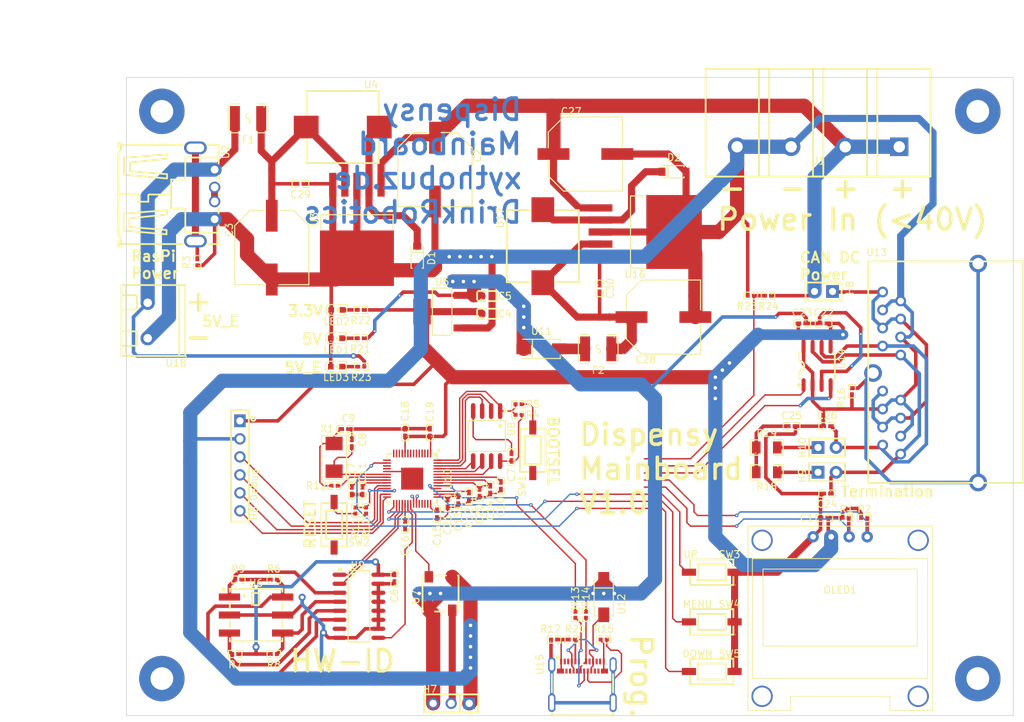
<source format=kicad_pcb>
(kicad_pcb (version 20221018) (generator pcbnew)
  (title_block (title "Dispensy Mainboard") (date "2024-02-02") (rev "0") (company "DrinkRobotics") (comment 1 "https://git.xythobuz.de/thomas/Dispensy") (comment 2 "Licensed under the CERN-OHL-S-2.0+") (comment 3 "PCB Thickness: 1mm") (comment 4 "Copyright (c) 2023 - 2024 Thomas Buck <thomas@xythobuz.de>"))
  (layers (0 "F.Cu" signal) (31 "B.Cu" signal) (34 "B.Paste" user) (35 "F.Paste" user) (36 "B.SilkS" user "B.Silkscreen") (37 "F.SilkS" user "F.Silkscreen") (38 "B.Mask" user) (39 "F.Mask" user) (44 "Edge.Cuts" user))
  (net 0 "")
  (net 1 "GND")
  (net 2 "+3.3V")
  (net 3 "+VDC")
  (net 4 "/EXT_PSU/Vout")
  (net 5 "+5V")
  (net 6 "Net-(U10-XIN)")
  (net 7 "Net-(X1-OSC2)")
  (net 8 "+1V1")
  (net 9 "Net-(U14-CANH)")
  (net 10 "Net-(C25-Pad1)")
  (net 11 "Net-(U14-CANL)")
  (net 12 "/PI/PI_PSU/Vout")
  (net 13 "Net-(U3-OUT)")
  (net 14 "Net-(U16-OUT)")
  (net 15 "/PI/ADC0")
  (net 16 "/PI/ADC1")
  (net 17 "/PI/ADC2")
  (net 18 "/PI/ADC3")
  (net 19 "/PI/IO0")
  (net 20 "/PI/IO1")
  (net 21 "/PI/IO2")
  (net 22 "/PI/IO3")
  (net 23 "/PI/IO4")
  (net 24 "/PI/IO5")
  (net 25 "/PI/IO6")
  (net 26 "/PI/IO7")
  (net 27 "/PI/IO8")
  (net 28 "/PI/IO9")
  (net 29 "/PI/IO10")
  (net 30 "/PI/IO11")
  (net 31 "/PI/IO12")
  (net 32 "/PI/IO13")
  (net 33 "/PI/IO14")
  (net 34 "/PI/IO15")
  (net 35 "/PI/Debug_Clock")
  (net 36 "/PI/Debug_Data")
  (net 37 "/PI/Debug_Tx")
  (net 38 "/PI/Debug_Rx")
  (net 39 "Net-(U7-DO)")
  (net 40 "Net-(H8-Pad1)")
  (net 41 "Net-(H9-Pad1)")
  (net 42 "Net-(H10-Pad1)")
  (net 43 "/PI/I2C_SCL")
  (net 44 "/PI/I2C_SDA")
  (net 45 "Net-(U2-SH1)")
  (net 46 "/PI/SPI_FLASH.SS")
  (net 47 "Net-(R5-Pad1)")
  (net 48 "Net-(U9-D7)")
  (net 49 "Net-(U9-D6)")
  (net 50 "Net-(U9-D5)")
  (net 51 "Net-(U9-D4)")
  (net 52 "Net-(U10-RUN)")
  (net 53 "Net-(R11-Pad2)")
  (net 54 "Net-(U10-XOUT)")
  (net 55 "/PI/USBC.DP")
  (net 56 "Net-(U10-USB_DP)")
  (net 57 "/PI/USBC.DM")
  (net 58 "Net-(U10-USB_DM)")
  (net 59 "Net-(U15-CC2)")
  (net 60 "Net-(R16-Pad1)")
  (net 61 "/PI/USBC.SHIELD")
  (net 62 "Net-(U15-CC1)")
  (net 63 "Net-(U2-D+)")
  (net 64 "/PI/LED_Din")
  (net 65 "/PI/SPI_FLASH.SD1")
  (net 66 "/PI/SPI_FLASH.SD2")
  (net 67 "/PI/SPI_FLASH.SD0")
  (net 68 "/PI/SPI_FLASH.SCLK")
  (net 69 "/PI/SPI_FLASH.SD3")
  (net 70 "/PI/SR_Load")
  (net 71 "/PI/SR_Clock")
  (net 73 "/PI/SR_Data")
  (net 74 "Net-(U10-GPIO24)")
  (net 75 "Net-(U10-GPIO25)")
  (net 76 "/PI/USBC.VBUS")
  (net 87 "Net-(U2-VCC)")
  (net 88 "Net-(U11-A)")
  (net 89 "Net-(LED1-+)")
  (net 90 "Net-(LED2-+)")
  (net 91 "Net-(LED3-+)")
  (footprint "jlc_footprints:HDR-TH_3P-P2.54-V-F" (layer "F.Cu") (at 139.275082 136 180)
    (fp_text reference "H7")
    (fp_text value "WS2812")
  )
  (footprint "jlc_footprints:C0402" (layer "F.Cu") (at 140.275082 107.34763 -90)
    (fp_text reference "C13")
    (fp_text value "1uF")
  )
  (footprint "jlc_footprints:LED0603-RD" (layer "F.Cu") (at 123.101981 88.506858)
    (fp_text reference "LED3")
    (fp_text value "FC-D1608HGK-572C")
  )
  (footprint "jlc_footprints:SW-SMD_L6.1-W3.6-LS6.6" (layer "F.Cu") (at 176 124.5 180)
    (fp_text reference "SW4")
    (fp_text value "MENU")
  )
  (footprint "jlc_footprints:R1206" (layer "F.Cu") (at 183.754966 99.907765)
    (fp_text reference "R19")
    (fp_text value "60R4")
  )
  (footprint "jlc_footprints:TO-263-5_L10.6-W9.6-P1.70-LS15.9-BR" (layer "F.Cu") (at 125.990456 68.034258 90)
    (fp_text reference "U3")
    (fp_text value "LM2576S-5_0_TR")
  )
  (footprint "jlc_footprints:R0402" (layer "F.Cu") (at 127.275082 108.802545 -90)
    (fp_text reference "R10")
    (fp_text value "10K")
  )
  (footprint "jlc_footprints:CAP-SMD_BD10.0-L10.3-W10.3-FD" (layer "F.Cu") (at 158.190482 58.51762)
    (fp_text reference "C27")
    (fp_text value "100uF")
  )
  (footprint "jlc_footprints:CONN-TH_4P-P7.62_L15.2-W31.7-EX4.2" (layer "F.Cu") (at 191 57.5 180)
    (fp_text reference "U1")
    (fp_text value "DBT50G-7_62-4P")
  )
  (footprint "jlc_footprints:R0402" (layer "F.Cu") (at 158.275082 123.5 -90)
    (fp_text reference "R14")
    (fp_text value "27R4")
  )
  (footprint "jlc_footprints:RJ45-TH_DS1129-05-S80BP-X" (layer "F.Cu") (at 206.140469 89.407765 90)
    (fp_text reference "U13")
    (fp_text value "CAN_IO")
  )
  (footprint "jlc_footprints:SOD-123_L2.8-W1.8-LS3.7-RD" (layer "F.Cu") (at 170.690482 61.01762)
    (fp_text reference "D2")
    (fp_text value "MBR340F")
  )
  (footprint "jlc_footprints:C0402" (layer "F.Cu") (at 188.754966 82.407765 180)
    (fp_text reference "C23")
    (fp_text value "47nF")
  )
  (footprint "jlc_footprints:SW-SMD_L6.1-W3.6-LS6.6" (layer "F.Cu") (at 176 117.5 180)
    (fp_text reference "SW3")
    (fp_text value "UP")
  )
  (footprint "jlc_footprints:F1812" (layer "F.Cu") (at 110.646558 53.5 180)
    (fp_text reference "F1")
    (fp_text value "ASMD1812-350-16V")
  )
  (footprint "jlc_footprints:C0402" (layer "F.Cu") (at 126.775082 106 -90)
    (fp_text reference "C11")
    (fp_text value "100nF")
  )
  (footprint "jlc_footprints:CAP-SMD_BD10.0-L10.3-W10.3-FD" (layer "F.Cu") (at 136.990456 60.717646 -90)
    (fp_text reference "C2")
    (fp_text value "100uF")
  )
  (footprint "jlc_footprints:R0402" (layer "F.Cu") (at 114.275082 118.53813)
    (fp_text reference "R6")
    (fp_text value "10K")
  )
  (footprint "jlc_footprints:C0402" (layer "F.Cu") (at 191.874904 109.82738 180)
    (fp_text reference "C1")
    (fp_text value "100nF")
  )
  (footprint "jlc_footprints:R0402" (layer "F.Cu") (at 156.775082 123.5 -90)
    (fp_text reference "R13")
    (fp_text value "27R4")
  )
  (footprint "jlc_footprints:C0402" (layer "F.Cu") (at 138.775082 107.802545 -90)
    (fp_text reference "C21")
    (fp_text value "100nF")
  )
  (footprint "jlc_footprints:C0402" (layer "F.Cu") (at 192.254966 96.907765)
    (fp_text reference "C26")
    (fp_text value "100pF")
  )
  (footprint "jlc_footprints:HDR-TH_6P-P2.54-V-F" (layer "F.Cu") (at 109.5 102.5 -90)
    (fp_text reference "H6")
    (fp_text value "Debug")
  )
  (footprint "jlc_footprints:C0402" (layer "F.Cu") (at 132.775082 110.802545 -90)
    (fp_text reference "C16")
    (fp_text value "100nF")
  )
  (footprint "jlc_footprints:R0402" (layer "F.Cu") (at 126.601981 88.506858 180)
    (fp_text reference "R23")
    (fp_text value "1K")
  )
  (footprint "jlc_footprints:SOT-223-4_L6.5-W3.5-P2.30-LS7.0-BR" (layer "F.Cu") (at 138 80.75)
    (fp_text reference "U5")
    (fp_text value "AMS1117-3_3_C347222")
  )
  (footprint "jlc_footprints:SOIC-8_L5.0-W4.0-P1.27-LS6.0-BL" (layer "F.Cu") (at 190.849962 88.407765)
    (fp_text reference "U14")
    (fp_text value "TJA1042T_3_1J")
  )
  (footprint "jlc_footprints:CONN-TH_XY300V-A-5.0-2P" (layer "F.Cu") (at 96.5 82 90)
    (fp_text reference "U18")
    (fp_text value "XY300V-A-5_0-2P")
  )
  (footprint "jlc_footprints:LED-SMD_4P-L5.0-W5.0-LS5.4-TL-1" (layer "F.Cu") (at 137.775082 120.5 90)
    (fp_text reference "U7")
    (fp_text value "WS2812E-V5")
  )
  (footprint "MountingHole:MountingHole_3.2mm_M3_Pad_TopBottom" (layer "F.Cu") (at 213.5 52.5)
    (fp_text reference "H12" hide)
    (fp_text value "MountingHole" hide)
  )
  (footprint "jlc_footprints:R0402" (layer "F.Cu") (at 103.490456 73.784829 90)
    (fp_text reference "R3")
    (fp_text value "1M")
  )
  (footprint "jlc_footprints:LED0603-RD" (layer "F.Cu") (at 123.169164 80.503429)
    (fp_text reference "LED2")
    (fp_text value "FC-D1608HGK-572C")
  )
  (footprint "jlc_footprints:C0402" (layer "F.Cu") (at 147.775082 101.25746 90)
    (fp_text reference "C7")
    (fp_text value "100nF")
  )
  (footprint "jlc_footprints:C0402" (layer "F.Cu") (at 124.320167 97.302545 180)
    (fp_text reference "C9")
    (fp_text value "27p")
  )
  (footprint "jlc_footprints:HDR-TH_2P-P2.54-V-M-1" (layer "F.Cu") (at 191.754966 77.907765 180)
    (fp_text reference "H8")
    (fp_text value "PWR")
  )
  (footprint "jlc_footprints:R0402" (layer "F.Cu") (at 194.874904 109.82738 180)
    (fp_text reference "R1")
    (fp_text value "10K")
  )
  (footprint "jlc_footprints:R0402" (layer "F.Cu") (at 156.275082 127 180)
    (fp_text reference "R20")
    (fp_text value "5K1")
  )
  (footprint "jlc_footprints:C0402" (layer "F.Cu") (at 132.775082 97.802545 90)
    (fp_text reference "C18")
    (fp_text value "100nF")
  )
  (footprint "jlc_footprints:USB-C-SMD_TYPE-C-USB-18" (layer "F.Cu") (at 157.775082 133)
    (fp_text reference "U15")
    (fp_text value "USB-C")
  )
  (footprint "jlc_footprints:C0402" (layer "F.Cu") (at 141.775082 106.802545 -90)
    (fp_text reference "C12")
    (fp_text value "1uF")
  )
  (footprint "jlc_footprints:OSC-SMD_2P-L5.0-W3.2" (layer "F.Cu") (at 122.775082 101.302545 90)
    (fp_text reference "X1")
    (fp_text value "12MHz")
  )
  (footprint "jlc_footprints:SW-SMD_L6.1-W3.6-LS6.6" (layer "F.Cu") (at 150.775082 100.302545 -90)
    (fp_text reference "SW1")
    (fp_text value "BOOTSEL")
  )
  (footprint "MountingHole:MountingHole_3.2mm_M3_Pad_TopBottom" (layer "F.Cu") (at 98.5 52.5)
    (fp_text reference "H11" hide)
    (fp_text value "MountingHole" hide)
  )
  (footprint "jlc_footprints:TO-263-5_L10.6-W9.6-P1.70-LS15.9-BR" (layer "F.Cu") (at 165.507094 69.51762 180)
    (fp_text reference "U16")
    (fp_text value "LM2576S-5_0_TR")
  )
  (footprint "jlc_footprints:R0402" (layer "F.Cu") (at 183.932817 78.5 180)
    (fp_text reference "R24")
    (fp_text value "147K")
  )
  (footprint "jlc_footprints:R0402" (layer "F.Cu") (at 125.775082 108.802545 -90)
    (fp_text reference "R11")
    (fp_text value "1K")
  )
  (footprint "jlc_footprints:R0402" (layer "F.Cu") (at 122.842265 105.302545)
    (fp_text reference "R12")
    (fp_text value "1K")
  )
  (footprint "jlc_footprints:SW-SMD_L6.1-W3.6-LS6.6" (layer "F.Cu") (at 122.775082 110.802545 -90)
    (fp_text reference "SW2")
    (fp_text value "RESET")
  )
  (footprint "jlc_footprints:R0402" (layer "F.Cu") (at 153.775082 127)
    (fp_text reference "R17")
    (fp_text value "1M")
  )
  (footprint "jlc_footprints:R0402" (layer "F.Cu") (at 148.775082 95.302545 180)
    (fp_text reference "R4")
    (fp_text value "10K")
  )
  (footprint "jlc_footprints:R0402" (layer "F.Cu") (at 160.775082 127 180)
    (fp_text reference "R15")
    (fp_text value "5K1")
  )
  (footprint "jlc_footprints:C0402" (layer "F.Cu") (at 143.275082 106.302545 -90)
    (fp_text reference "C20")
    (fp_text value "100nF")
  )
  (footprint "jlc_footprints:SOIC-8_L5.3-W5.3-P1.27-LS8.0-BL" (layer "F.Cu") (at 144.275082 98.302545 180)
    (fp_text reference "U8")
    (fp_text value "W25Q128JVSIQ")
  )
  (footprint "jlc_footprints:C0402" (layer "F.Cu") (at 192.254966 106.407765 180)
    (fp_text reference "C24")
    (fp_text value "100pF")
  )
  (footprint "jlc_footprints:R0402" (layer "F.Cu") (at 126.534798 80.503429 180)
    (fp_text reference "R22")
    (fp_text value "1K")
  )
  (footprint "jlc_footprints:LED0603-RD" (layer "F.Cu") (at 123.101981 84.503429)
    (fp_text reference "LED1")
    (fp_text value "FC-D1608HGK-572C")
  )
  (footprint "jlc_footprints:SMA_L4.4-W2.8-LS5.4-R-RD" (layer "F.Cu") (at 152 86)
    (fp_text reference "U11")
    (fp_text value "SS54_C22452")
  )
  (footprint "jlc_footprints:F1812" (layer "F.Cu") (at 160 86 180)
    (fp_text reference "F2")
    (fp_text value "ASMD1812-350-16V")
  )
  (footprint "MountingHole:MountingHole_3.2mm_M3_Pad_TopBottom" (layer "F.Cu") (at 213.5 132.5)
    (fp_text reference "H14" hide)
    (fp_text value "MountingHole" hide)
  )
  (footprint "jlc_footprints:CAP-SMD_BD10.0-L10.3-W10.3-LS11.3-FD" (layer "F.Cu") (at 113.990456 71.717646 -90)
    (fp_text reference "C3")
    (fp_text value "1000uF")
  )
  (footprint "jlc_footprints:CAP-SMD_BD10.0-L10.3-W10.3-LS11.3-FD" (layer "F.Cu") (at 169.190482 81.51762)
    (fp_text reference "C28")
    (fp_text value "1000uF")
  )
  (footprint "jlc_footprints:C0402" (layer "F.Cu") (at 146.275082 105.302545 -90)
    (fp_text reference "C10")
    (fp_text value "100nF")
  )
  (footprint "jlc_footprints:C0603" (layer "F.Cu") (at 144.3349 78.549975)
    (fp_text reference "C5")
    (fp_text value "10uF")
  )
  (footprint "jlc_footprints:C0402" (layer "F.Cu") (at 136.275082 97.802545 90)
    (fp_text reference "C19")
    (fp_text value "100nF")
  )
  (footprint "jlc_footprints:R0402" (layer "F.Cu") (at 181.5 78.5 180)
    (fp_text reference "R25")
    (fp_text value "10K")
  )
  (footprint "jlc_footprints:C0402" (layer "F.Cu") (at 137.275082 109.302545 -90)
    (fp_text reference "C15")
    (fp_text value "100nF")
  )
  (footprint "jlc_footprints:R0402" (layer "F.Cu") (at 195.754966 91.974948 -90)
    (fp_text reference "R16")
    (fp_text value "1M")
  )
  (footprint "jlc_footprints:SMA_L4.4-W2.8-LS5.4-R-RD" (layer "F.Cu") (at 160.775082 121 -90)
    (fp_text reference "U12")
    (fp_text value "SS54_C22452")
  )
  (footprint "jlc_footprints:R0402" (layer "F.Cu") (at 148.775082 93.802545 180)
    (fp_text reference "R5")
    (fp_text value "1K")
  )
  (footprint "jlc_footprints:SW-SMD_SM_SKCR-16S" (layer "F.Cu") (at 111.775082 123.53813 90)
    (fp_text reference "U6")
    (fp_text value "SKCR-16S")
  )
  (footprint "jlc_footprints:C0603" (layer "F.Cu") (at 144.3349 81.049975)
    (fp_text reference "C4")
    (fp_text value "10uF")
  )
  (footprint "jlc_footprints:C0402" (layer "F.Cu") (at 187.254966 96.907765)
    (fp_text reference "C25")
    (fp_text value "4.7nF")
  )
  (footprint "jlc_footprints:C0402" (layer "F.Cu") (at 144.775082 105.84763 -90)
    (fp_text reference "C14")
    (fp_text value "100nF")
  )
  (footprint "jlc_footprints:R1206" (layer "F.Cu") (at 183.754966 103.407765 180)
    (fp_text reference "R18")
    (fp_text value "60R4")
  )
  (footprint "jlc_footprints:USB-A-TH_USB-302-T" (layer "F.Cu") (at 104.581769 64.217646 -90)
    (fp_text reference "U2")
    (fp_text value "USB-A")
  )
  (footprint "jlc_footprints:C0402" (layer "F.Cu") (at 131.275082 118.34763 90)
    (fp_text reference "C6")
    (fp_text value "100nF")
  )
  (footprint "jlc_footprints:SOIC-16_L9.9-W3.9-P1.27-LS6.0-BL" (layer "F.Cu") (at 126.275082 122.302545 -90)
    (fp_text reference "U9")
    (fp_text value "74HC165D,653")
  )
  (footprint "jlc_footprints:R0402" (layer "F.Cu") (at 197.5 109.845 180)
    (fp_text reference "R2")
    (fp_text value "10K")
  )
  (footprint "MountingHole:MountingHole_3.2mm_M3_Pad_TopBottom" (layer "F.Cu") (at 98.5 132.5)
    (fp_text reference "H13" hide)
    (fp_text value "MountingHole" hide)
  )
  (footprint "jlc_footprints:SOD-123_L2.8-W1.8-LS3.7-RD" (layer "F.Cu") (at 134.490456 73.217646 -90)
    (fp_text reference "D1")
    (fp_text value "MBR340F")
  )
  (footprint "jlc_footprints:SW-SMD_L6.1-W3.6-LS6.6" (layer "F.Cu") (at 176 131.5 180)
    (fp_text reference "SW5")
    (fp_text value "DOWN")
  )
  (footprint "jlc_footprints:IND-SMD_L11.5-W10.0_YSPI1050" (layer "F.Cu") (at 152.190482 71.51762 -90)
    (fp_text reference "U17")
    (fp_text value "100uH")
  )
  (footprint "jlc_footprints:LQFN-56_L7.0-W7.0-P0.4-EP" (layer "F.Cu") (at 133.774955 104.302545 -90)
    (fp_text reference "U10")
    (fp_text value "RP2040")
  )
  (footprint "jlc_footprints:IND-SMD_L11.5-W10.0_YSPI1050" (layer "F.Cu") (at 123.990456 54.717646 180)
    (fp_text reference "U4")
    (fp_text value "100uH")
  )
  (footprint "jlc_footprints:R0402" (layer "F.Cu") (at 114.275082 129.03813)
    (fp_text reference "R8")
    (fp_text value "10K")
  )
  (footprint "jlc_footprints:R0402" (layer "F.Cu") (at 126.534798 84.503429 180)
    (fp_text reference "R21")
    (fp_text value "1K")
  )
  (footprint "jlc_footprints:C0402" (layer "F.Cu") (at 125.275082 99.302545 -90)
    (fp_text reference "C8")
    (fp_text value "27p")
  )
  (footprint "jlc_footprints:C0402" (layer "F.Cu") (at 118.035541 62.717646 180)
    (fp_text reference "C29")
    (fp_text value "100nF")
  )
  (footprint "jlc_footprints:R0402" (layer "F.Cu") (at 109.275082 118.53813 180)
    (fp_text reference "R9")
    (fp_text value "10K")
  )
  (footprint "extern:SSD1306_0.96_Oled" (layer "F.Cu") (at 181.095 137)
    (fp_text reference "OLED1")
    (fp_text value "SSD1306")
  )
  (footprint "jlc_footprints:C0402" (layer "F.Cu") (at 191.754966 82.407765)
    (fp_text reference "C22")
    (fp_text value "100nF")
  )
  (footprint "jlc_footprints:C0402" (layer "F.Cu") (at 125.275082 106 -90)
    (fp_text reference "C17")
    (fp_text value "100nF")
  )
  (footprint "jlc_footprints:HDR-TH_2P-P2.54-V-M-1" (layer "F.Cu") (at 192.254966 99.907765)
    (fp_text reference "H10")
    (fp_text value "T_CL")
  )
  (footprint "jlc_footprints:R0402" (layer "F.Cu") (at 108.842265 129.03813 180)
    (fp_text reference "R7")
    (fp_text value "10K")
  )
  (footprint "jlc_footprints:HDR-TH_2P-P2.54-V-M-1" (layer "F.Cu") (at 192.254966 103.407765)
    (fp_text reference "H9")
    (fp_text value "T_CH")
  )
  (footprint "jlc_footprints:C0402" (layer "F.Cu") (at 160.190482 77.472535 -90)
    (fp_text reference "C30")
    (fp_text value "100nF")
  )
  (gr_rect (start 93.490456 47.717646) (end 218.490456 137.717646) (stroke (width 0.1)) (fill none) (layer "Edge.Cuts"))
  (gr_text "Dispensy\nMainboard\nxythobuz.de\nDrinkRobotics" (at 149.5 68.5) (layer "B.Cu") (effects (font (size 3 3) (thickness 0.5) bold) (justify left bottom mirror)))
  (gr_text "BOOTSEL" (at 152.775082 95.302545 -90) (layer "F.SilkS") (effects (font (size 1.5 1.5) (thickness 0.3) bold) (justify left bottom)))
  (gr_text "Power In (<40V)" (at 176.5 69.5) (layer "F.SilkS") (effects (font (size 3 3) (thickness 0.5) bold) (justify left bottom)))
  (gr_text "-" (at 176.689992 65) (layer "F.SilkS") (effects (font (size 3 3) (thickness 0.5) bold) (justify left bottom)))
  (gr_text "Termination" (at 194 107) (layer "F.SilkS") (effects (font (size 1.5 1.5) (thickness 0.3) bold) (justify left bottom)))
  (gr_text "+" (at 192.689992 65) (layer "F.SilkS") (effects (font (size 3 3) (thickness 0.5) bold) (justify left bottom)))
  (gr_text "Dispensy\nMainboard\nV1.0" (at 157 109.5) (layer "F.SilkS") (effects (font (size 3 3) (thickness 0.5) bold) (justify left bottom)))
  (gr_text "RasPi\nPower" (at 93.990456 76.217646) (layer "F.SilkS") (effects (font (size 1.5 1.5) (thickness 0.3) bold) (justify left bottom)))
  (gr_text "-" (at 101.5 86) (layer "F.SilkS") (effects (font (size 3 3) (thickness 0.5) bold) (justify left bottom)))
  (gr_text "HW-ID" (at 116.275082 131.802545) (layer "F.SilkS") (effects (font (size 3 3) (thickness 0.5) bold) (justify left bottom)))
  (gr_text "Prog." (at 164.275082 126 -90) (layer "F.SilkS") (effects (font (size 3 3) (thickness 0.5) bold) (justify left bottom)))
  (gr_text "+" (at 200.689992 65) (layer "F.SilkS") (effects (font (size 3 3) (thickness 0.5) bold) (justify left bottom)))
  (gr_text "RESET" (at 120.275082 114.302545 90) (layer "F.SilkS") (effects (font (size 1.5 1.5) (thickness 0.3) bold) (justify left bottom)))
  (gr_text "5V_E" (at 104 83) (layer "F.SilkS") (effects (font (size 1.5 1.5) (thickness 0.3) bold) (justify left bottom)))
  (gr_text "CAN DC\nPower" (at 188.254966 76.407765) (layer "F.SilkS") (effects (font (size 1.5 1.5) (thickness 0.3) bold) (justify left bottom)))
  (gr_text "3.3V" (at 116.101981 81.503429) (layer "F.SilkS") (effects (font (size 1.5 1.5) (thickness 0.3) bold) (justify left bottom)))
  (gr_text "5V" (at 118.101981 85.503429) (layer "F.SilkS") (effects (font (size 1.5 1.5) (thickness 0.3) bold) (justify left bottom)))
  (gr_text "+" (at 101.5 81) (layer "F.SilkS") (effects (font (size 3 3) (thickness 0.5) bold) (justify left bottom)))
  (gr_text "5V_E" (at 115.601981 89.503429) (layer "F.SilkS") (effects (font (size 1.5 1.5) (thickness 0.3) bold) (justify left bottom)))
  (gr_text "-" (at 185.189992 65) (layer "F.SilkS") (effects (font (size 3 3) (thickness 0.5) bold) (justify left bottom)))
  (segment (start 134.490456 74.910051) (end 127.682861 74.910051) (width 2) (layer "F.Cu") (net 1))
  (segment (start 139.820167 108.34763) (end 140.275082 107.892715) (width 0.2) (layer "F.Cu") (net 1))
  (segment (start 107.717773 67.717773) (end 110.5 70.5) (width 2) (layer "F.Cu") (net 1))
  (segment (start 129.010667 122.937546) (end 129.010667 121.667544) (width 0.5) (layer "F.Cu") (net 1))
  (segment (start 145.034925 78.549975) (end 145.034925 73.034925) (width 1) (layer "F.Cu") (net 1))
  (segment (start 143.275082 106.84763) (end 144.320167 106.84763) (width 0.2) (layer "F.Cu") (net 1))
  (segment (start 125.990456 62.85087) (end 125.990456 73.217646) (width 1) (layer "F.Cu") (net 1))
  (segment (start 154.207899 127) (end 154.775082 127) (width 0.5) (layer "F.Cu") (net 1))
  (segment (start 160.775082 127.570002) (end 160.342265 127.137185) (width 0.2) (layer "F.Cu") (net 1))
  (segment (start 191.709881 96.907765) (end 191.709881 94.532733) (width 0.5) (layer "F.Cu") (net 1))
  (segment (start 136.990456 74.509544) (end 136.589949 74.910051) (width 2) (layer "F.Cu") (net 1))
  (segment (start 118.275082 121.03813) (end 118.275082 122.03813) (width 0.5) (layer "F.Cu") (net 1))
  (segment (start 172.382887 67.825215) (end 170.690482 69.51762) (width 1) (layer "F.Cu") (net 1))
  (segment (start 181.067183 68.427229) (end 179.569977 66.930023) (width 0.5) (layer "F.Cu") (net 1))
  (segment (start 105.936735 67.717773) (end 107.717773 67.717773) (width 2) (layer "F.Cu") (net 1))
  (segment (start 110.5 72.727063) (end 113.990456 76.217519) (width 2) (layer "F.Cu") (net 1))
  (segment (start 147.275082 98.802545) (end 147.775082 99.302545) (width 0.2) (layer "F.Cu") (net 1))
  (segment (start 142.775082 107.34763) (end 143.275082 106.84763) (width 0.2) (layer "F.Cu") (net 1))
  (segment (start 187.625096 98.01762) (end 187.800051 97.842665) (width 0.5) (layer "F.Cu") (net 1))
  (segment (start 184.125096 98.01762) (end 187.625096 98.01762) (width 0.5) (layer "F.Cu") (net 1))
  (segment (start 179.569977 66.930023) (end 176.98238 69.51762) (width 2) (layer "F.Cu") (net 1))
  (segment (start 136.990456 73.009544) (end 136.990456 65.217519) (width 1) (layer "F.Cu") (net 1))
  (segment (start 142.775082 98.802545) (end 147.275082 98.802545) (width 0.2) (layer "F.Cu") (net 1))
  (segment (start 136.589949 74.910051) (end 134.490456 74.910051) (width 2) (layer "F.Cu") (net 1))
  (segment (start 202.625458 93.217646) (end 204.754966 91.088138) (width 0.5) (layer "F.Cu") (net 1))
  (segment (start 122.990583 76.217519) (end 125.990456 73.217646) (width 1) (layer "F.Cu") (net 1))
  (segment (start 124.865252 97.302545) (end 125.275082 97.712375) (width 0.2) (layer "F.Cu") (net 1))
  (segment (start 190.214961 93.36776) (end 191.334849 94.487648) (width 0.5) (layer "F.Cu") (net 1))
  (segment (start 167.290431 72.917671) (end 170.690482 69.51762) (width 1) (layer "F.Cu") (net 1))
  (segment (start 129.010667 124.207549) (end 129.010667 122.937546) (width 0.5) (layer "F.Cu") (net 1))
  (segment (start 154.775082 130.090043) (end 154.775082 131.33998) (width 0.2) (layer "F.Cu") (net 1))
  (segment (start 183.625096 98.51762) (end 184.125096 98.01762) (width 0.5) (layer "F.Cu") (net 1))
  (segment (start 160.775082 131.33998) (end 160.875158 131.440056) (width 0.2) (layer "F.Cu") (net 1))
  (segment (start 172.382887 61.01762) (end 172.382887 67.825215) (width 1) (layer "F.Cu") (net 1))
  (segment (start 160.342265 127.137185) (end 160.342265 127) (width 0.2) (layer "F.Cu") (net 1))
  (segment (start 122.302514 84.506858) (end 122.302514 88.510287) (width 0.5) (layer "F.Cu") (net 1))
  (segment (start 185.87949 106.407765) (end 183.625096 104.153371) (width 0.5) (layer "F.Cu") (net 1))
  (segment (start 103.490456 74.217646) (end 104.260458 74.217646) (width 0.5) (layer "F.Cu") (net 1))
  (segment (start 145.034925 73.034925) (end 145 73) (width 1) (layer "F.Cu") (net 1))
  (segment (start 131.040258 119.127539) (end 131.275082 118.892715) (width 0.5) (layer "F.Cu") (net 1))
  (segment (start 181.067183 78.5) (end 181.067183 68.427229) (width 0.5) (layer "F.Cu") (net 1))
  (segment (start 136.990456 73.009544) (end 139.240456 73.009544) (width 2) (layer "F.Cu") (net 1))
  (segment (start 145.729997 106.392715) (end 146.275082 105.84763) (width 0.2) (layer "F.Cu") (net 1))
  (segment (start 137.275082 109.84763) (end 138.229997 109.84763) (width 0.2) (layer "F.Cu") (net 1))
  (segment (start 144.320167 106.84763) (end 144.775082 106.392715) (width 0.2) (layer "F.Cu") (net 1))
  (segment (start 145.034925 78.549975) (end 145.034925 81.049975) (width 1) (layer "F.Cu") (net 1))
  (segment (start 154.775082 127) (end 155.842265 127) (width 0.5) (layer "F.Cu") (net 1))
  (segment (start 138.775082 108.34763) (end 139.820167 108.34763) (width 0.2) (layer "F.Cu") (net 1))
  (segment (start 127.682861 74.910051) (end 125.990456 73.217646) (width 1) (layer "F.Cu") (net 1))
  (segment (start 195.754966 92.407765) (end 195.754966 94.487648) (width 0.5) (layer "F.Cu") (net 1))
  (segment (start 138.775082 109.302545) (end 138.775082 108.34763) (width 0.2) (layer "F.Cu") (net 1))
  (segment (start 162.690355 58.51762) (end 169.882887 58.51762) (width 1) (layer "F.Cu") (net 1))
  (segment (start 130.224917 103.302545) (end 132.775082 103.302545) (width 0.2) (layer "F.Cu") (net 1))
  (segment (start 129.010667 125.477551) (end 129.010667 124.207549) (width 0.5) (layer "F.Cu") (net 1))
  (segment (start 125.890652 126.747554) (end 123.539497 126.747554) (width 0.5) (layer "F.Cu") (net 1))
  (segment (start 140.5 73) (end 142 73) (width 2) (layer "F.Cu") (net 1))
  (segment (start 110.5 70.5) (end 110.5 72.727063) (width 2) (layer "F.Cu") (net 1))
  (segment (start 154.775082 130.090043) (end 154.775082 127) (width 0.2) (layer "F.Cu") (net 1))
  (segment (start 191.329819 109.82738) (end 191.329819 106.787827) (width 0.5) (layer "F.Cu") (net 1))
  (segment (start 145.034925 82.499975) (end 145.034925 81.049975) (width 1) (layer "F.Cu") (net 1))
  (segment (start 138.229997 109.84763) (end 138.775082 109.302545) (width 0.2) (layer "F.Cu") (net 1))
  (segment (start 187.189992 57.5) (end 179.569977 57.5) (width 2) (layer "F.Cu") (net 1))
  (segment (start 160.323706 69.51762) (end 170.690482 69.51762) (width 1) (layer "F.Cu") (net 1))
  (segment (start 188.944958 84.097757) (end 188.209881 83.36268) (width 0.5) (layer "F.Cu") (net 1))
  (segment (start 118.275082 122.03813) (end 116.775082 123.53813) (width 0.5) (layer "F.Cu") (net 1))
  (segment (start 122.590405 62.85087) (end 122.590405 69.817595) (width 1) (layer "F.Cu") (net 1))
  (segment (start 142.370078 98.397541) (end 142.775082 98.802545) (width 0.2) (layer "F.Cu") (net 1))
  (segment (start 143.5 73) (end 145 73) (width 2) (layer "F.Cu") (net 1))
  (segment (start 173.690355 72.517493) (end 170.690482 69.51762) (width 1) (layer "F.Cu") (net 1))
  (segment (start 190.214961 89.36776) (end 188.944958 88.097757) (width 0.5) (layer "F.Cu") (net 1))
  (segment (start 187.800051 97.842665) (end 187.800051 96.907765) (width 0.5) (layer "F.Cu") (net 1))
  (segment (start 104.260458 74.217646) (end 105.936735 72.541369) (width 0.5) (layer "F.Cu") (net 1))
  (segment (start 147.775082 99.302545) (end 147.775082 100.712375) (width 0.2) (layer "F.Cu") (net 1))
  (segment (start 191.329819 109.82738) (end 191.329819 111.455181) (width 0.5) (layer "F.Cu") (net 1))
  (segment (start 142 73) (end 143.5 73) (width 2) (layer "F.Cu") (net 1))
  (segment (start 126.775082 106.545085) (end 125.275082 106.545085) (width 0.5) (layer "F.Cu") (net 1))
  (segment (start 136.990456 73.009544) (end 136.990456 74.509544) (width 2) (layer "F.Cu") (net 1))
  (segment (start 141.815087 136) (end 142 135.815087) (width 2) (layer "F.Cu") (net 1))
  (segment (start 154.775082 131.33998) (end 154.675006 131.440056) (width 0.2) (layer "F.Cu") (net 1))
  (segment (start 160.775082 130.090043) (end 160.775082 131.33998) (width 0.2) (layer "F.Cu") (net 1))
  (segment (start 129.010667 125.477551) (end 127.160655 125.477551) (width 0.5) (layer "F.Cu") (net 1))
  (segment (start 183.625096 104.153371) (end 183.625096 98.51762) (width 0.5) (layer "F.Cu") (net 1))
  (segment (start 142 120.724791) (end 139.425196 118.149987) (width 2) (layer "F.Cu") (net 1))
  (segment (start 185.285 117.5) (end 179.217424 117.5) (width 1) (layer "F.Cu") (net 1))
  (segment (start 160.775082 130.090043) (end 160.775082 127.570002) (width 0.2) (layer "F.Cu") (net 1))
  (segment (start 113.990456 76.217519) (end 122.990583 76.217519) (width 2) (layer "F.Cu") (net 1))
  (segment (start 129.010667 119.127539) (end 129.010667 120.397541) (width 0.5) (layer "F.Cu") (net 1))
  (segment (start 142 135.815087) (end 142 120.724791) (width 2) (layer "F.Cu") (net 1))
  (segment (start 129.010667 119.127539) (end 131.040258 119.127539) (width 0.5) (layer "F.Cu") (net 1))
  (segment (start 204.754966 86.457136) (end 202.625458 84.327628) (width 0.5) (layer "F.Cu") (net 1))
  (segment (start 141.775082 107.34763) (end 142.775082 107.34763) (width 0.2) (layer "F.Cu") (net 1))
  (segment (start 144.484925 83.049975) (end 145.034925 82.499975) (width 1) (layer "F.Cu") (net 1))
  (segment (start 176.98238 69.51762) (end 170.690482 69.51762) (width 2) (layer "F.Cu") (net 1))
  (segment (start 188.944958 88.097757) (end 188.944958 85.70266) (width 0.5) (layer "F.Cu") (net 1))
  (segment (start 191.709881 106.407765) (end 185.87949 106.407765) (width 0.5) (layer "F.Cu") (net 1))
  (segment (start 122.590405 69.817595) (end 125.990456 73.217646) (width 1) (layer "F.Cu") (net 1))
  (segment (start 121.984506 126.747554) (end 121.275082 126.03813) (width 0.5) (layer "F.Cu") (net 1))
  (segment (start 179.569977 57.5) (end 179.569977 66.930023) (width 2) (layer "F.Cu") (net 1))
  (segment (start 191.329819 111.455181) (end 190.285 112.5) (width 0.5) (layer "F.Cu") (net 1))
  (segment (start 173.690355 81.51762) (end 173.690355 78.5) (width 2) (layer "F.Cu") (net 1))
  (segment (start 122.369697 80.506858) (end 122.369697 84.439675) (width 0.5) (layer "F.Cu") (net 1))
  (segment (start 191.754966 94.487648) (end 195.754966 94.487648) (width 0.5) (layer "F.Cu") (net 1))
  (segment (start 204.754966 91.088138) (end 204.754966 86.457136) (width 0.5) (layer "F.Cu") (net 1))
  (segment (start 179.217424 124.5) (end 179.217424 131.5) (width 1) (layer "F.Cu") (net 1))
  (segment (start 124.865252 97.302545) (end 132.729997 97.302545) (width 0.5) (layer "F.Cu") (net 1))
  (segment (start 118.580626 62.717646) (end 122.457181 62.717646) (width 0.5) (layer "F.Cu") (net 1))
  (segment (start 142.370078 94.772446) (end 142.370078 98.397541) (width 0.2) (layer "F.Cu") (net 1))
  (segment (start 188.209881 82.407765) (end 188.209881 83.36268) (width 0.5) (layer "F.Cu") (net 1))
  (segment (start 116.775082 123.53813) (end 115.525146 123.53813) (width 0.5) (layer "F.Cu") (net 1))
  (segment (start 160.190482 73.050895) (end 160.323706 72.917671) (width 0.5) (layer "F.Cu") (net 1))
  (segment (start 132.729997 97.302545) (end 132.775082 97.25746) (width 0.5) (layer "F.Cu") (net 1))
  (segment (start 132.775082 97.25746) (end 136.275082 97.25746) (width 0.5) (layer "F.Cu") (net 1))
  (segment (start 160.323706 72.917671) (end 167.290431 72.917671) (width 1) (layer "F.Cu") (net 1))
  (segment (start 188.944958 85.70266) (end 188.944958 84.097757) (width 0.5) (layer "F.Cu") (net 1))
  (segment (start 132.775082 103.302545) (end 133.775082 104.302545) (width 0.2) (layer "F.Cu") (net 1))
  (segment (start 125.275082 97.712375) (end 125.275082 98.75746) (width 0.2) (layer "F.Cu") (net 1))
  (segment (start 122.369697 84.439675) (end 122.302514 84.506858) (width 0.5) (layer "F.Cu") (net 1))
  (segment (start 139.25 73) (end 140.5 73) (width 2) (layer "F.Cu") (net 1))
  (segment (start 173.690355 78.5) (end 173.690355 72.517493) (width 2) (layer "F.Cu") (net 1))
  (segment (start 108.025018 123.53813) (end 115.525146 123.53813) (width 0.5) (layer "F.Cu") (net 1))
  (segment (start 123.539497 126.747554) (end 121.984506 126.747554) (width 0.5) (layer "F.Cu") (net 1))
  (segment (start 122.369697 80.506858) (end 122.369697 76.838405) (width 0.5) (layer "F.Cu") (net 1))
  (segment (start 195.754966 94.487648) (end 200.085452 94.487648) (width 0.5) (layer "F.Cu") (net 1))
  (segment (start 191.329819 106.787827) (end 191.709881 106.407765) (width 0.5) (layer "F.Cu") (net 1))
  (segment (start 169.882887 58.51762) (end 172.382887 61.01762) (width 1) (layer "F.Cu") (net 1))
  (segment (start 191.334849 94.487648) (end 191.754966 94.487648) (width 0.5) (layer "F.Cu") (net 1))
  (segment (start 140.8349 83.049975) (end 144.484925 83.049975) (width 1) (layer "F.Cu") (net 1))
  (segment (start 139.240456 73.009544) (end 139.25 73) (width 1) (layer "F.Cu") (net 1))
  (segment (start 127.160655 125.477551) (end 125.890652 126.747554) (width 0.5) (layer "F.Cu") (net 1))
  (segment (start 179.217424 117.5) (end 179.217424 124.5) (width 1) (layer "F.Cu") (net 1))
  (segment (start 160.190482 76.92745) (end 160.190482 73.050895) (width 0.5) (layer "F.Cu") (net 1))
  (segment (start 191.709881 96.907765) (end 187.800051 96.907765) (width 0.5) (layer "F.Cu") (net 1))
  (segment (start 122.457181 62.717646) (end 122.590405 62.85087) (width 0.5) (layer "F.Cu") (net 1))
  (segment (start 122.369697 76.838405) (end 125.990456 73.217646) (width 0.5) (layer "F.Cu") (net 1))
  (segment (start 141.229997 107.892715) (end 141.775082 107.34763) (width 0.2) (layer "F.Cu") (net 1))
  (segment (start 144.775082 106.392715) (end 145.729997 106.392715) (width 0.2) (layer "F.Cu") (net 1))
  (segment (start 190.214961 91.11287) (end 190.214961 89.36776) (width 0.5) (layer "F.Cu") (net 1))
  (segment (start 190.214961 91.11287) (end 190.214961 93.36776) (width 0.5) (layer "F.Cu") (net 1))
  (segment (start 190.285 112.5) (end 185.285 117.5) (width 1) (layer "F.Cu") (net 1))
  (segment (start 105.936735 72.541369) (end 105.936735 67.717773) (width 0.5) (layer "F.Cu") (net 1))
  (segment (start 191.709881 94.532733) (end 191.754966 94.487648) (width 0.5) (layer "F.Cu") (net 1))
  (segment (start 129.010667 121.667544) (end 129.010667 120.397541) (width 0.5) (layer "F.Cu") (net 1))
  (segment (start 140.275082 107.892715) (end 141.229997 107.892715) (width 0.2) (layer "F.Cu") (net 1))
  (via (at 139 73) (size 1) (drill 0.5) (layers "F.Cu" "B.Cu") (net 1))
  (via (at 142 126.5) (size 1) (drill 0.5) (layers "F.Cu" "B.Cu") (net 1))
  (via (at 142 131) (size 1) (drill 0.5) (layers "F.Cu" "B.Cu") (net 1))
  (via (at 140.5 73) (size 1) (drill 0.5) (layers "F.Cu" "B.Cu") (net 1))
  (via (at 121.275082 126.03813) (size 1) (drill 0.5) (layers "F.Cu" "B.Cu") (net 1))
  (via (at 142 125) (size 1) (drill 0.5) (layers "F.Cu" "B.Cu") (net 1))
  (via (at 145 73) (size 1) (drill 0.5) (layers "F.Cu" "B.Cu") (net 1))
  (via (at 142 128) (size 1) (drill 0.5) (layers "F.Cu" "B.Cu") (net 1))
  (via (at 118.275082 121.03813) (size 1) (drill 0.5) (layers "F.Cu" "B.Cu") (net 1))
  (via (at 142 73) (size 1) (drill 0.5) (layers "F.Cu" "B.Cu") (net 1))
  (via (at 142 129.5) (size 1) (drill 0.5) (layers "F.Cu" "B.Cu") (net 1))
  (via (at 143.5 73) (size 1) (drill 0.5) (layers "F.Cu" "B.Cu") (net 1))
  (segment (start 135 75) (end 135 86) (width 2) (layer "B.Cu") (net 1))
  (segment (start 204.254966 94.847154) (end 202.625458 93.217646) (width 0.5) (layer "B.Cu") (net 1))
  (segment (start 139 73) (end 137 73) (width 2) (layer "B.Cu") (net 1))
  (segment (start 145 73) (end 166.588087 73) (width 2) (layer "B.Cu") (net 1))
  (segment (start 141 132.5) (end 142 131.5) (width 2) (layer "B.Cu") (net 1))
  (segment (start 207.189992 65.5) (end 202.625458 70.064534) (width 1) (layer "B.Cu") (net 1))
  (segment (start 201.355454 93.217646) (end 200.085452 94.487648) (width 0.5) (layer "B.Cu") (net 1))
  (segment (start 121.275082 126.03813) (end 121 126.313212) (width 0.5) (layer "B.Cu") (net 1))
  (segment (start 101.282227 67.717773) (end 99.5 69.5) (width 2) (layer "B.Cu") (net 1))
  (segment (start 143.5 73) (end 145 73) (width 2) (layer "B.Cu") (net 1))
  (segment (start 144 73) (end 143.75 73) (width 2) (layer "B.Cu") (net 1))
  (segment (start 142 131) (end 142 129.5) (width 2) (layer "B.Cu") (net 1))
  (segment (start 118.275082 122.03813) (end 118.275082 121.03813) (width 0.5) (layer "B.Cu") (net 1))
  (segment (start 204.254966 96.668148) (end 204.254966 94.847154) (width 0.5) (layer "B.Cu") (net 1))
  (segment (start 144 73) (end 142 73) (width 2) (layer "B.Cu") (net 1))
  (segment (start 121.275082 125.03813) (end 118.275082 122.03813) (width 0.5) (layer "B.Cu") (net 1))
  (segment (start 202.625458 93.217646) (end 201.355454 93.217646) (width 0.5) (layer "B.Cu") (net 1))
  (segment (start 121 132.5) (end 141 132.5) (width 2) (layer "B.Cu") (net 1))
  (segment (start 187.189992 57.5) (end 179.569977 57.5) (width 2) (layer "B.Cu") (net 1))
  (segment (start 187.189992 57.5) (end 191.189992 53.5) (width 1) (layer "B.Cu") (net 1))
  (segment (start 179.569977 60.01811) (end 179.569977 57.5) (width 2) (layer "B.Cu") (net 1))
  (segment (start 109.5 98.689992) (end 102.810008 98.689992) (width 0.5) (layer "B.Cu") (net 1))
  (segment (start 142 131.5) (end 142 131) (width 2) (layer "B.Cu") (net 1))
  (segment (start 202.625458 84.327628) (end 203.835103 84.327628) (width 0.5) (layer "B.Cu") (net 1))
  (segment (start 99.5 81.5) (end 96.5 84.5) (width 2) (layer "B.Cu") (net 1))
  (segment (start 139.25 73) (end 139 73) (width 2) (layer "B.Cu") (net 1))
  (segment (start 201.355454 79.247618) (end 200.085452 80.51762) (width 0.5) (layer "B.Cu") (net 1))
  (segment (start 205.189992 53.5) (end 207.189992 55.5) (width 1) (layer "B.Cu") (net 1))
  (segment (start 121.275082 126.03813) (end 121.275082 125.03813) (width 0.5) (layer "B.Cu") (net 1))
  (segment (start 102.5 102) (end 102.5 126) (width 2) (layer "B.Cu") (net 1))
  (segment (start 102.5 126) (end 109 132.5) (width 2) (layer "B.Cu") (net 1))
  (segment (start 204.254966 80.877126) (end 202.625458 79.247618) (width 0.5) (layer "B.Cu") (net 1))
  (segment (start 203.835103 84.327628) (end 204.254966 83.907765) (width 0.5) (layer "B.Cu") (net 1))
  (segment (start 143 73) (end 143.5 73) (width 2) (layer "B.Cu") (net 1))
  (segment (start 137 73) (end 135 75) (width 2) (layer "B.Cu") (net 1))
  (segment (start 142 129.5) (end 142 128) (width 2) (layer "B.Cu") (net 1))
  (segment (start 202.625458 70.064534) (end 202.625458 79.247618) (width 1) (layer "B.Cu") (net 1))
  (segment (start 130.5 90.5) (end 107 90.5) (width 2) (layer "B.Cu") (net 1))
  (segment (start 135 86) (end 130.5 90.5) (width 2) (layer "B.Cu") (net 1))
  (segment (start 121 126.313212) (end 121 132.5) (width 0.5) (layer "B.Cu") (net 1))
  (segment (start 102.810008 98.689992) (end 102.5 99) (width 0.5) (layer "B.Cu") (net 1))
  (segment (start 102.5 95) (end 102.5 99) (width 2) (layer "B.Cu") (net 1))
  (segment (start 99.5 69.5) (end 99.5 81.5) (width 2) (layer "B.Cu") (net 1))
  (segment (start 191.189992 53.5) (end 205.189992 53.5) (width 1) (layer "B.Cu") (net 1))
  (segment (start 109 132.5) (end 121 132.5) (width 2) (layer "B.Cu") (net 1))
  (segment (start 107 90.5) (end 102.5 95) (width 2) (layer "B.Cu") (net 1))
  (segment (start 202.625458 98.297656) (end 204.254966 96.668148) (width 0.5) (layer "B.Cu") (net 1))
  (segment (start 139.25 73) (end 140.75 73) (width 2) (layer "B.Cu") (net 1))
  (segment (start 142 128) (end 142 126.5) (width 2) (layer "B.Cu") (net 1))
  (segment (start 166.588087 73) (end 179.569977 60.01811) (width 2) (layer "B.Cu") (net 1))
  (segment (start 141 73) (end 142 73) (width 2) (layer "B.Cu") (net 1))
  (segment (start 202.625458 79.247618) (end 201.355454 79.247618) (width 0.5) (layer "B.Cu") (net 1))
  (segment (start 142 126.5) (end 142 125) (width 2) (layer "B.Cu") (net 1))
  (segment (start 102.5 99) (end 102.5 102) (width 2) (layer "B.Cu") (net 1))
  (segment (start 101.282227 67.717773) (end 105.936735 67.717773) (width 2) (layer "B.Cu") (net 1))
  (segment (start 204.254966 83.907765) (end 204.254966 80.877126) (width 0.5) (layer "B.Cu") (net 1))
  (segment (start 207.189992 55.5) (end 207.189992 65.5) (width 1) (layer "B.Cu") (net 1))
  (segment (start 137.324993 106.902494) (end 138.420116 106.902494) (width 0.2) (layer "F.Cu") (net 2))
  (segment (start 197.067183 109.067183) (end 197.067183 109.845) (width 0.5) (layer "F.Cu") (net 2))
  (segment (start 129.010667 117.857536) (end 131.220091 117.857536) (width 0.5) (layer "F.Cu") (net 2))
  (segment (start 148.275082 101.802545) (end 148.775082 101.302545) (width 0.2) (layer "F.Cu") (net 2))
  (segment (start 192.419989 112.094989) (end 192.825 112.5) (width 0.2) (layer "F.Cu") (net 2))
  (segment (start 136.375031 98.447579) (end 136.275082 98.34763) (width 0.2) (layer "F.Cu") (net 2))
  (segment (start 135.1651 85.6651) (end 137.25 87.75) (width 2) (layer "F.Cu") (net 2))
  (segment (start 139.97498 106.502443) (end 140.275082 106.802545) (width 0.2) (layer "F.Cu") (net 2))
  (segment (start 134.918529 80.503429) (end 135.1651 80.75) (width 0.5) (layer "F.Cu") (net 2))
  (segment (start 143.97498 104.502443) (end 144.775082 105.302545) (width 0.2) (layer "F.Cu") (net 2))
  (segment (start 129.010667 116.448721) (end 128.600076 116.03813) (width 0.5) (layer "F.Cu") (net 2))
  (segment (start 136.275082 98.34763) (end 132.775082 98.34763) (width 0.5) (layer "F.Cu") (net 2))
  (segment (start 146.180086 101.832644) (end 147.744983 101.832644) (width 0.2) (layer "F.Cu") (net 2))
  (segment (start 113.842265 129.03813) (end 111.775082 129.03813) (width 0.5) (layer "F.Cu") (net 2))
  (segment (start 194.442087 109.057913) (end 195 108.5) (width 0.5) (layer "F.Cu") (net 2))
  (segment (start 132.775082 107.85271) (end 132.775082 110.25746) (width 0.2) (layer "F.Cu") (net 2))
  (segment (start 138.5 98) (end 138.5 91) (width 0.5) (layer "F.Cu") (net 2))
  (segment (start 134 91) (end 137.25 87.75) (width 0.5) (layer "F.Cu") (net 2))
  (segment (start 143.3349 80.75) (end 143.634875 81.049975) (width 1) (layer "F.Cu") (net 2))
  (segment (start 130.224917 104.502443) (end 126.227554 104.502443) (width 0.2) (layer "F.Cu") (net 2))
  (segment (start 120 91) (end 134 91) (width 0.5) (layer "F.Cu") (net 2))
  (segment (start 126.967615 80.503429) (end 134.918529 80.503429) (width 0.5) (layer "F.Cu") (net 2))
  (segment (start 136.275082 98.34763) (end 138.15237 98.34763) (width 0.5) (layer "F.Cu") (net 2))
  (segment (start 192.754966 82.86268) (end 192.300051 82.407765) (width 0.5) (layer "F.Cu") (net 2))
  (segment (start 139.229997 106.802545) (end 138.775082 107.25746) (width 0.2) (layer "F.Cu") (net 2))
  (segment (start 114.850013 96.149987) (end 120 91) (width 0.5) (layer "F.Cu") (net 2))
  (segment (start 147.775082 101.802545) (end 148.275082 101.802545) (width 0.2) (layer "F.Cu") (net 2))
  (segment (start 138.15237 98.34763) (end 138.5 98) (width 0.5) (layer "F.Cu") (net 2))
  (segment (start 192.300051 82.407765) (end 193.907765 82.407765) (width 0.5) (layer "F.Cu") (net 2))
  (segment (start 147.744983 101.832644) (end 147.775082 101.802545) (width 0.2) (layer "F.Cu") (net 2))
  (segment (start 111.775082 129.03813) (end 109.275082 129.03813) (width 0.5) (layer "F.Cu") (net 2))
  (segment (start 192.754966 84.5) (end 192.754966 82.86268) (width 0.5) (layer "F.Cu") (net 2))
  (segment (start 194.5 83) (end 194.5 84) (width 0.5) (layer "F.Cu") (net 2))
  (segment (start 144.775082 105.302545) (end 143.729997 105.302545) (width 0.2) (layer "F.Cu") (net 2))
  (segment (start 136.375031 108.402494) (end 136.729997 108.75746) (width 0.2) (layer "F.Cu") (net 2))
  (segment (start 140.275082 106.802545) (end 139.229997 106.802545) (width 0.2) (layer "F.Cu") (net 2))
  (segment (start 140.8349 80.75) (end 143.3349 80.75) (width 1) (layer "F.Cu") (net 2))
  (segment (start 137.324993 104.502443) (end 143.97498 104.502443) (width 0.2) (layer "F.Cu") (net 2))
  (segment (start 136.375031 107.85271) (end 136.375031 108.402494) (width 0.2) (layer "F.Cu") (net 2))
  (segment (start 109.5 96.149987) (end 114.850013 96.149987) (width 0.5) (layer "F.Cu") (net 2))
  (segment (start 148.775082 101.302545) (end 148.775082 96.302545) (width 0.2) (layer "F.Cu") (net 2))
  (segment (start 111.775082 128.03813) (end 111.775082 129.03813) (width 0.5) (layer "F.Cu") (net 2))
  (segment (start 126.227554 104.502443) (end 125.275082 105.454915) (width 0.2) (layer "F.Cu") (net 2))
  (segment (start 193.907765 82.407765) (end 194.5 83) (width 0.5) (layer "F.Cu") (net 2))
  (segment (start 137.25 87.75) (end 139.5 90) (width 2) (layer "F.Cu") (net 2))
  (segment (start 192.419989 109.82738) (end 192.419989 112.094989) (width 0.5) (layer "F.Cu") (net 2))
  (segment (start 140.8349 80.75) (end 135.1651 80.75) (width 1) (layer "F.Cu") (net 2))
  (segment (start 192.754966 85.70266) (end 192.754966 84.5) (width 0.5) (layer "F.Cu") (net 2))
  (segment (start 194.442087 109.82738) (end 192.419989 109.82738) (width 0.5) (layer "F.Cu") (net 2))
  (segment (start 143.729997 105.302545) (end 143.275082 105.75746) (width 0.2) (layer "F.Cu") (net 2))
  (segment (start 176.5 90.5) (end 176.5 93) (width 2) (layer "F.Cu") (net 2))
  (segment (start 111.775082 118.53813) (end 111.775082 119.53813) (width 0.5) (layer "F.Cu") (net 2))
  (segment (start 131.220091 117.857536) (end 131.275082 117.802545) (width 0.5) (layer "F.Cu") (net 2))
  (segment (start 194.442087 109.82738) (end 194.442087 109.057913) (width 0.5) (layer "F.Cu") (net 2))
  (segment (start 137.324993 104.902494) (end 142.420116 104.902494) (width 0.2) (layer "F.Cu") (net 2))
  (segment (start 139.5 90) (end 176 90) (width 2) (layer "F.Cu") (net 2))
  (segment (start 111.775082 118.53813) (end 109.707899 118.53813) (width 0.5) (layer "F.Cu") (net 2))
  (segment (start 136.729997 108.75746) (end 137.275082 108.75746) (width 0.2) (layer "F.Cu") (net 2))
  (segment (start 135.1651 80.75) (end 135.1651 85.6651) (width 2) (layer "F.Cu") (net 2))
  (segment (start 138.420116 106.902494) (end 138.775082 107.25746) (width 0.2) (layer "F.Cu") (net 2))
  (segment (start 176.5 90) (end 178.5 88) (width 2) (layer "F.Cu") (net 2))
  (segment (start 129.010667 117.857536) (end 129.010667 116.448721) (width 0.5) (layer "F.Cu") (net 2))
  (segment (start 195 108.5) (end 196.5 108.5) (width 0.5) (layer "F.Cu") (net 2))
  (segment (start 136.375031 100.75238) (end 136.375031 98.447579) (width 0.2) (layer "F.Cu") (net 2))
  (segment (start 149.207899 95.869728) (end 149.207899 95.302545) (width 0.2) (layer "F.Cu") (net 2))
  (segment (start 137.324993 106.502443) (end 139.97498 106.502443) (width 0.2) (layer "F.Cu") (net 2))
  (segment (start 113.842265 118.53813) (end 111.775082 118.53813) (width 0.5) (layer "F.Cu") (net 2))
  (segment (start 132.775082 100.75238) (end 132.775082 98.34763) (width 0.2) (layer "F.Cu") (net 2))
  (segment (start 148.775082 96.302545) (end 149.207899 95.869728) (width 0.2) (layer "F.Cu") (net 2))
  (segment (start 196.5 108.5) (end 197.067183 109.067183) (width 0.5) (layer "F.Cu") (net 2))
  (segment (start 142.420116 104.902494) (end 143.275082 105.75746) (width 0.2) (layer "F.Cu") (net 2))
  (segment (start 176 90) (end 176.5 90.5) (width 2) (layer "F.Cu") (net 2))
  (segment (start 138.5 91) (end 139.5 90) (width 0.5) (layer "F.Cu") (net 2))
  (via (at 111.775082 119.53813) (size 1) (drill 0.5) (layers "F.Cu" "B.Cu") (net 2))
  (via (at 177.5 89) (size 1) (drill 0.5) (layers "F.Cu" "B.Cu") (net 2))
  (via (at 176.5 91.5) (size 1) (drill 0.5) (layers "F.Cu" "B.Cu") (net 2))
  (via (at 176.5 90) (size 1) (drill 0.5) (layers "F.Cu" "B.Cu") (net 2))
  (via (at 176.5 93) (size 1) (drill 0.5) (layers "F.Cu" "B.Cu") (net 2))
  (via (at 178.5 88) (size 1) (drill 0.5) (layers "F.Cu" "B.Cu") (net 2))
  (via (at 194.5 84) (size 1) (drill 0.5) (layers "F.Cu" "B.Cu") (net 2))
  (via (at 111.775082 128.03813) (size 1) (drill 0.5) (layers "F.Cu" "B.Cu") (net 2))
  (via (at 128.600076 116.03813) (size 1) (drill 0.5) (layers "F.Cu" "B.Cu") (net 2))
  (segment (start 182.5 84) (end 194.5 84) (width 1.5) (layer "B.Cu") (net 2))
  (segment (start 176.5 91.5) (end 176.5 90) (width 2) (layer "B.Cu") (net 2))
  (segment (start 116.775082 119.53813) (end 111.775082 119.53813) (width 0.5) (layer "B.Cu") (net 2))
  (segment (start 120.275082 116.03813) (end 116.775082 119.53813) (width 0.5) (layer "B.Cu") (net 2))
  (segment (start 180.5 116.5) (end 176.5 112.5) (width 2) (layer "B.Cu") (net 2))
  (segment (start 176.5 90) (end 177.5 89) (width 2) (layer "B.Cu") (net 2))
  (segment (start 177.5 89) (end 178.5 88) (width 2) (layer "B.Cu") (net 2))
  (segment (start 120.275082 116.03813) (end 128.600076 116.03813) (width 0.5) (layer "B.Cu") (net 2))
  (segment (start 176.5 93) (end 176.5 91.5) (width 2) (layer "B.Cu") (net 2))
  (segment (start 111.775082 119.53813) (end 111.775082 128.03813) (width 0.5) (layer "B.Cu") (net 2))
  (segment (start 190.5 116.5) (end 180.5 116.5) (width 2) (layer "B.Cu") (net 2))
  (segment (start 176.5 112.5) (end 176.5 93) (width 2) (layer "B.Cu") (net 2))
  (segment (start 178.5 88) (end 182.5 84) (width 2) (layer "B.Cu") (net 2))
  (segment (start 192.825 112.5) (end 192.825 114.175) (width 2) (layer "B.Cu") (net 2))
  (segment (start 192.825 114.175) (end 190.5 116.5) (width 2) (layer "B.Cu") (net 2))
  (segment (start 132.990329 56.217773) (end 136.990456 56.217773) (width 1) (layer "F.Cu") (net 3))
  (segment (start 160.323706 66.117569) (end 157.290431 66.117569) (width 1) (layer "F.Cu") (net 3))
  (segment (start 141.490583 51.717646) (end 136.990456 56.217773) (width 2) (layer "F.Cu") (net 3))
  (segment (start 153.490456 51.717646) (end 189.027654 51.717646) (width 2) (layer "F.Cu") (net 3))
  (segment (start 184.365634 78.5) (end 189.892728 78.5) (width 0.5) (layer "F.Cu") (net 3))
  (segment (start 157.290431 66.117569) (end 153.690609 62.517747) (width 1) (layer "F.Cu") (net 3))
  (segment (start 129.390507 62.85087) (end 129.390507 59.817595) (width 1) (layer "F.Cu") (net 3))
  (segment (start 153.690609 51.917799) (end 153.690609 58.51762) (width 2) (layer "F.Cu") (net 3))
  (segment (start 153.690609 62.517747) (end 153.690609 58.51762) (width 1) (layer "F.Cu") (net 3))
  (segment (start 153.490456 51.717646) (end 141.490583 51.717646) (width 2) (layer "F.Cu") (net 3))
  (segment (start 153.490456 51.717646) (end 153.690609 51.917799) (width 2) (layer "F.Cu") (net 3))
  (segment (start 189.027654 51.717646) (end 194.810008 57.5) (width 2) (layer "F.Cu") (net 3))
  (segment (start 129.390507 59.817595) (end 132.990329 56.217773) (width 1) (layer "F.Cu") (net 3))
  (segment (start 189.892728 78.5) (end 190.484963 77.907765) (width 0.5) (layer "F.Cu") (net 3))
  (segment (start 194.810008 57.5) (end 202.430023 57.5) (width 2) (layer "F.Cu") (net 3))
  (segment (start 190.484963 61.825045) (end 194.810008 57.5) (width 2) (layer "B.Cu") (net 3))
  (segment (start 190.484963 77.907765) (end 190.484963 61.825045) (width 2) (layer "B.Cu") (net 3))
  (segment (start 202.430023 57.5) (end 194.810008 57.5) (width 2) (layer "B.Cu") (net 3))
  (segment (start 113.990456 62.717646) (end 113.990456 60.717646) (width 1) (layer "F.Cu") (net 4))
  (segment (start 124.290431 62.85087) (end 124.290431 60.167735) (width 1) (layer "F.Cu") (net 4))
  (segment (start 112.5 58.077076) (end 113.990456 59.567532) (width 1) (layer "F.Cu") (net 4))
  (segment (start 112.5 53.5) (end 112.5 58.077076) (width 1) (layer "F.Cu") (net 4))
  (segment (start 124.290431 60.167735) (end 118.840342 54.717646) (width 1) (layer "F.Cu") (net 4))
  (segment (start 113.990456 59.567532) (end 118.840342 54.717646) (width 1) (layer "F.Cu") (net 4))
  (segment (start 113.990456 60.717646) (end 113.990456 59.567532) (width 1) (layer "F.Cu") (net 4))
  (segment (start 113.990329 60.717773) (end 113.990456 60.717646) (width 1) (layer "F.Cu") (net 4))
  (segment (start 113.990456 67.217773) (end 113.990456 62.717646) (width 1) (layer "F.Cu") (net 4))
  (segment (start 117.490456 62.717646) (end 113.990456 62.717646) (width 0.5) (layer "F.Cu") (net 4))
  (segment (start 142.5 78.450025) (end 143.534925 78.450025) (width 1) (layer "F.Cu") (net 5))
  (segment (start 191.484963 89.177768) (end 194.984963 89.177768) (width 0.5) (layer "F.Cu") (net 5))
  (segment (start 194.907765 80.907765) (end 191.754966 80.907765) (width 0.5) (layer "F.Cu") (net 5))
  (segment (start 134.775082 120.5) (end 136.275082 120.5) (width 1) (layer "F.Cu") (net 5))
  (segment (start 189.300051 82.407765) (end 191.209881 82.407765) (width 0.5) (layer "F.Cu") (net 5))
  (segment (start 136.124968 120.650114) (end 136.275082 120.5) (width 1) (layer "F.Cu") (net 5))
  (segment (start 143.534925 78.450025) (end 143.634875 78.549975) (width 1) (layer "F.Cu") (net 5))
  (segment (start 149.496317 81.503683) (end 149.5 81.5) (width 2) (layer "F.Cu") (net 5))
  (segment (start 137.775082 121.199899) (end 137.775082 120.5) (width 1) (layer "F.Cu") (net 5))
  (segment (start 159.275082 119.996317) (end 160.775082 118.496317) (width 1) (layer "F.Cu") (net 5))
  (segment (start 194.984963 89.177768) (end 195.754966 88.407765) (width 0.5) (layer "F.Cu") (net 5))
  (segment (start 188.662288 81) (end 189.300051 81.637763) (width 0.5) (layer "F.Cu") (net 5))
  (segment (start 142.5 76.5) (end 142.5 78.450025) (width 2) (layer "F.Cu") (net 5))
  (segment (start 136.275082 120.5) (end 137.775082 120.5) (width 1) (layer "F.Cu") (net 5))
  (segment (start 136.124968 122.850013) (end 136.124968 120.650114) (width 1) (layer "F.Cu") (net 5))
  (segment (start 159.275082 120.5) (end 159.275082 119.996317) (width 1) (layer "F.Cu") (net 5))
  (segment (start 137 78) (end 132.5 78) (width 0.5) (layer "F.Cu") (net 5))
  (segment (start 134.775082 121.500127) (end 134.775082 120.5) (width 1) (layer "F.Cu") (net 5))
  (segment (start 185.5 81) (end 188.662288 81) (width 0.5) (layer "F.Cu") (net 5))
  (segment (start 149.496317 82.996317) (end 149.496317 81.503683) (width 2) (layer "F.Cu") (net 5))
  (segment (start 189.300051 81.637763) (end 189.300051 82.407765) (width 0.5) (layer "F.Cu") (net 5))
  (segment (start 126.967615 84.503429) (end 127.496571 84.503429) (width 0.5) (layer "F.Cu") (net 5))
  (segment (start 149.496317 80.003683) (end 149.5 80) (width 2) (layer "F.Cu") (net 5))
  (segment (start 191.209881 81.45285) (end 191.209881 82.407765) (width 0.5) (layer "F.Cu") (net 5))
  (segment (start 136.735077 123.460122) (end 136.124968 122.850013) (width 2) (layer "F.Cu") (net 5))
  (segment (start 127.496571 84.503429) (end 128.5 83.5) (width 0.5) (layer "F.Cu") (net 5))
  (segment (start 137.450025 78.450025) (end 137 78) (width 0.5) (layer "F.Cu") (net 5))
  (segment (start 149.496317 83.003683) (end 149.5 83) (width 2) (layer "F.Cu") (net 5))
  (segment (start 197 83) (end 194.907765 80.907765) (width 0.5) (layer "F.Cu") (net 5))
  (segment (start 136.735077 136) (end 136.735077 123.460122) (width 2) (layer "F.Cu") (net 5))
  (segment (start 160.775082 120.5) (end 159.275082 120.5) (width 1) (layer "F.Cu") (net 5))
  (segment (start 149.496317 86) (end 149.496317 83.003683) (width 2) (layer "F.Cu") (net 5))
  (segment (start 149.496317 81.496317) (end 149.496317 80.003683) (width 2) (layer "F.Cu") (net 5))
  (segment (start 185 81.5) (end 185.5 81) (width 0.5) (layer "F.Cu") (net 5))
  (segment (start 140.8349 78.450025) (end 137.450025 78.450025) (width 0.5) (layer "F.Cu") (net 5))
  (segment (start 191.484963 91.11287) (end 191.484963 89.177768) (width 0.5) (layer "F.Cu") (net 5))
  (segment (start 141 76.5) (end 139.5 76.5) (width 2) (layer "F.Cu") (net 5))
  (segment (start 162.275082 119.996317) (end 160.775082 118.496317) (width 1) (layer "F.Cu") (net 5))
  (segment (start 160.775082 118.496317) (end 160.775082 120.5) (width 1) (layer "F.Cu") (net 5))
  (segment (start 191.754966 80.907765) (end 191.209881 81.45285) (width 0.5) (layer "F.Cu") (net 5))
  (segment (start 149.5 81.5) (end 149.496317 81.496317) (width 2) (layer "F.Cu") (net 5))
  (segment (start 136.124968 122.850013) (end 137.775082 121.199899) (width 1) (layer "F.Cu") (net 5))
  (segment (start 197 83.907765) (end 197 83) (width 0.5) (layer "F.Cu") (net 5))
  (segment (start 149.5 83) (end 149.496317 82.996317) (width 2) (layer "F.Cu") (net 5))
  (segment (start 162.275082 120.5) (end 162.275082 119.996317) (width 1) (layer "F.Cu") (net 5))
  (segment (start 140.8349 78.450025) (end 142.5 78.450025) (width 1) (layer "F.Cu") (net 5))
  (segment (start 139.5 76.5) (end 142.5 76.5) (width 2) (layer "F.Cu") (net 5))
  (segment (start 136.124968 122.850013) (end 134.775082 121.500127) (width 1) (layer "F.Cu") (net 5))
  (segment (start 160.775082 120.5) (end 162.275082 120.5) (width 1) (layer "F.Cu") (net 5))
  (segment (start 132.5 78) (end 132 78.5) (width 0.5) (layer "F.Cu") (net 5))
  (via (at 136.275082 120.5) (size 1) (drill 0.5) (layers "F.Cu" "B.Cu") (net 5))
  (via (at 132 78.5) (size 0.5) (drill 0.2) (layers "F.Cu" "B.Cu") (net 5))
  (via (at 142.5 76.5) (size 1) (drill 0.5) (layers "F.Cu" "B.Cu") (net 5))
  (via (at 149.5 80) (size 1) (drill 0.5) (layers "F.Cu" "B.Cu") (net 5))
  (via (at 195.754966 88.407765) (size 0.5) (drill 0.2) (layers "F.Cu" "B.Cu") (net 5))
  (via (at 149.5 81.5) (size 1) (drill 0.5) (layers "F.Cu" "B.Cu") (net 5))
  (via (at 197 83.907765) (size 0.5) (drill 0.2) (layers "F.Cu" "B.Cu") (net 5))
  (via (at 162.275082 120.5) (size 1) (drill 0.5) (layers "F.Cu" "B.Cu") (net 5))
  (via (at 128.5 83.5) (size 0.5) (drill 0.2) (layers "F.Cu" "B.Cu") (net 5))
  (via (at 185 81.5) (size 0.5) (drill 0.2) (layers "F.Cu" "B.Cu") (net 5))
  (via (at 137.775082 120.5) (size 1) (drill 0.5) (layers "F.Cu" "B.Cu") (net 5))
  (via (at 134.775082 120.5) (size 1) (drill 0.5) (layers "F.Cu" "B.Cu") (net 5))
  (via (at 139.5 76.5) (size 1) (drill 0.5) (layers "F.Cu" "B.Cu") (net 5))
  (via (at 160.775082 120.5) (size 1) (drill 0.5) (layers "F.Cu" "B.Cu") (net 5))
  (via (at 149.5 83) (size 1) (drill 0.5) (layers "F.Cu" "B.Cu") (net 5))
  (via (at 159.275082 120.5) (size 1) (drill 0.5) (layers "F.Cu" "B.Cu") (net 5))
  (via (at 141 76.5) (size 1) (drill 0.5) (layers "F.Cu" "B.Cu") (net 5))
  (segment (start 157.5 91) (end 166 91) (width 2) (layer "B.Cu") (net 5))
  (segment (start 128.5 82) (end 128.5 83.5) (width 0.5) (layer "B.Cu") (net 5))
  (segment (start 132 78.5) (end 128.5 82) (width 0.5) (layer "B.Cu") (net 5))
  (segment (start 146 76.5) (end 149.5 80) (width 2) (layer "B.Cu") (net 5))
  (segment (start 149.5 83) (end 157.5 91) (width 2) (layer "B.Cu") (net 5))
  (segment (start 183 81.5) (end 185 81.5) (width 0.5) (layer "B.Cu") (net 5))
  (segment (start 168 93) (end 168 118.5) (width 2) (layer "B.Cu") (net 5))
  (segment (start 142.5 76.5) (end 139.5 76.5) (width 2) (layer "B.Cu") (net 5))
  (segment (start 167 92) (end 168 93) (width 2) (layer "B.Cu") (net 5))
  (segment (start 197 83.907765) (end 197 87.162731) (width 0.5) (layer "B.Cu") (net 5))
  (segment (start 166 91) (end 167 92) (width 2) (layer "B.Cu") (net 5))
  (segment (start 159.275082 120.5) (end 140.775082 120.5) (width 2) (layer "B.Cu") (net 5))
  (segment (start 140.775082 120.5) (end 137.775082 120.5) (width 2) (layer "B.Cu") (net 5))
  (segment (start 142.5 76.5) (end 146 76.5) (width 2) (layer "B.Cu") (net 5))
  (segment (start 168 118.5) (end 166 120.5) (width 2) (layer "B.Cu") (net 5))
  (segment (start 137.775082 120.5) (end 134.775082 120.5) (width 2) (layer "B.Cu") (net 5))
  (segment (start 197 87.162731) (end 195.754966 88.407765) (width 0.5) (layer "B.Cu") (net 5))
  (segment (start 166 120.5) (end 162.275082 120.5) (width 2) (layer "B.Cu") (net 5))
  (segment (start 149.5 83) (end 149.5 80) (width 2) (layer "B.Cu") (net 5))
  (segment (start 159.275082 120.5) (end 162.275082 120.5) (width 2) (layer "B.Cu") (net 5))
  (segment (start 167 92) (end 177.5 81.5) (width 0.5) (layer "B.Cu") (net 5))
  (segment (start 177.5 81.5) (end 183 81.5) (width 0.5) (layer "B.Cu") (net 5))
  (segment (start 124.775082 101.302545) (end 125.275082 100.802545) (width 0.2) (layer "F.Cu") (net 6))
  (segment (start 123.225171 103.702596) (end 122.775082 103.252507) (width 0.2) (layer "F.Cu") (net 6))
  (segment (start 130.224917 103.702596) (end 123.225171 103.702596) (width 0.2) (layer "F.Cu") (net 6))
  (segment (start 122.775082 101.802545) (end 123.275082 101.302545) (width 0.2) (layer "F.Cu") (net 6))
  (segment (start 125.275082 100.802545) (end 125.275082 99.84763) (width 0.2) (layer "F.Cu") (net 6))
  (segment (start 122.775082 103.252507) (end 122.775082 101.802545) (width 0.2) (layer "F.Cu") (net 6))
  (segment (start 123.275082 101.302545) (end 124.775082 101.302545) (width 0.2) (layer "F.Cu") (net 6))
  (segment (start 121.275082 105.302545) (end 120.775082 104.802545) (width 0.2) (layer "F.Cu") (net 7))
  (segment (start 120.775082 99.802545) (end 121.225044 99.352583) (width 0.2) (layer "F.Cu") (net 7))
  (segment (start 120.775082 104.802545) (end 120.775082 99.802545) (width 0.2) (layer "F.Cu") (net 7))
  (segment (start 122.409448 105.302545) (end 121.275082 105.302545) (width 0.2) (layer "F.Cu") (net 7))
  (segment (start 123.775082 97.302545) (end 122.775082 98.302545) (width 0.2) (layer "F.Cu") (net 7))
  (segment (start 122.775082 98.302545) (end 122.775082 99.352583) (width 0.2) (layer "F.Cu") (net 7))
  (segment (start 121.225044 99.352583) (end 122.775082 99.352583) (width 0.2) (layer "F.Cu") (net 7))
  (segment (start 127.327503 104.902494) (end 126.775082 105.454915) (width 0.2) (layer "F.Cu") (net 8))
  (segment (start 137.324993 104.102393) (end 145.620015 104.102393) (width 0.2) (layer "F.Cu") (net 8))
  (segment (start 141.620015 106.102393) (end 141.775082 106.25746) (width 0.2) (layer "F.Cu") (net 8))
  (segment (start 130.224917 104.902494) (end 127.327503 104.902494) (width 0.2) (layer "F.Cu") (net 8))
  (segment (start 137.324993 106.102393) (end 141.620015 106.102393) (width 0.2) (layer "F.Cu") (net 8))
  (segment (start 145.620015 104.102393) (end 146.275082 104.75746) (width 0.2) (layer "F.Cu") (net 8))
  (segment (start 193.524969 103.407765) (end 200.055354 103.407765) (width 0.5) (layer "F.Cu") (net 9))
  (segment (start 191.649162 87.827768) (end 190.214961 86.393567) (width 0.5) (layer "F.Cu") (net 9))
  (segment (start 194.795098 86.867633) (end 193.834963 87.827768) (width 0.5) (layer "F.Cu") (net 9))
  (segment (start 193.834963 87.827768) (end 191.649162 87.827768) (width 0.5) (layer "F.Cu") (net 9))
  (segment (start 200.055354 103.407765) (end 202.625458 100.837661) (width 0.5) (layer "F.Cu") (net 9))
  (segment (start 202.625458 86.867633) (end 194.795098 86.867633) (width 0.5) (layer "F.Cu") (net 9))
  (segment (start 190.214961 86.393567) (end 190.214961 85.70266) (width 0.5) (layer "F.Cu") (net 9))
  (segment (start 192.800051 106.407765) (end 192.800051 104.132683) (width 0.5) (layer "F.Cu") (net 9))
  (segment (start 192.800051 104.132683) (end 193.524969 103.407765) (width 0.5) (layer "F.Cu") (net 9))
  (segment (start 205.254966 98.208153) (end 202.625458 100.837661) (width 0.5) (layer "B.Cu") (net 9))
  (segment (start 202.625458 86.867633) (end 205.254966 89.497141) (width 0.5) (layer "B.Cu") (net 9))
  (segment (start 205.254966 89.497141) (end 205.254966 98.208153) (width 0.5) (layer "B.Cu") (net 9))
  (segment (start 182.276175 97.886556) (end 182.276175 99.907765) (width 0.5) (layer "F.Cu") (net 10))
  (segment (start 182.276175 103.407765) (end 182.276175 99.907765) (width 0.5) (layer "F.Cu") (net 10))
  (segment (start 183.254966 96.907765) (end 182.276175 97.886556) (width 0.5) (layer "F.Cu") (net 10))
  (segment (start 186.709881 96.907765) (end 183.254966 96.907765) (width 0.5) (layer "F.Cu") (net 10))
  (segment (start 193.534963 87.127768) (end 191.974969 87.127768) (width 0.5) (layer "F.Cu") (net 11))
  (segment (start 193.524969 99.907765) (end 193.524969 97.632683) (width 0.5) (layer "F.Cu") (net 11))
  (segment (start 199.745345 99.907765) (end 200.085452 99.567658) (width 0.5) (layer "F.Cu") (net 11))
  (segment (start 191.974969 87.127768) (end 191.484963 86.637762) (width 0.5) (layer "F.Cu") (net 11))
  (segment (start 200.085452 85.59763) (end 195.065101 85.59763) (width 0.5) (layer "F.Cu") (net 11))
  (segment (start 191.484963 86.637762) (end 191.484963 85.70266) (width 0.5) (layer "F.Cu") (net 11))
  (segment (start 195.065101 85.59763) (end 193.534963 87.127768) (width 0.5) (layer "F.Cu") (net 11))
  (segment (start 193.524969 99.907765) (end 199.745345 99.907765) (width 0.5) (layer "F.Cu") (net 11))
  (segment (start 193.524969 97.632683) (end 192.800051 96.907765) (width 0.5) (layer "F.Cu") (net 11))
  (segment (start 204.444831 85.59763) (end 206.254966 87.407765) (width 0.5) (layer "B.Cu") (net 11))
  (segment (start 206.254966 87.407765) (end 206.254966 99.407765) (width 0.5) (layer "B.Cu") (net 11))
  (segment (start 203.738069 101.924662) (end 201.771863 101.924662) (width 0.5) (layer "B.Cu") (net 11))
  (segment (start 201.771863 101.924662) (end 200.085452 100.238251) (width 0.5) (layer "B.Cu") (net 11))
  (segment (start 200.085452 85.59763) (end 204.444831 85.59763) (width 0.5) (layer "B.Cu") (net 11))
  (segment (start 200.085452 100.238251) (end 200.085452 99.567658) (width 0.5) (layer "B.Cu") (net 11))
  (segment (start 206.254966 99.407765) (end 203.738069 101.924662) (width 0.5) (layer "B.Cu") (net 11))
  (segment (start 160.323706 71.217645) (end 157.640571 71.217645) (width 1) (layer "F.Cu") (net 12))
  (segment (start 157.040368 81.51762) (end 152.190482 76.667734) (width 1) (layer "F.Cu") (net 12))
  (segment (start 161.625096 81.51762) (end 160.190482 81.51762) (width 1) (layer "F.Cu") (net 12))
  (segment (start 160.190482 78.01762) (end 160.190482 81.51762) (width 0.5) (layer "F.Cu") (net 12))
  (segment (start 160.190482 81.51762) (end 157.040368 81.51762) (width 1) (layer "F.Cu") (net 12))
  (segment (start 164.690609 81.51762) (end 161.625096 81.51762) (width 1) (layer "F.Cu") (net 12))
  (segment (start 164.690609 84.809391) (end 163.5 86) (width 1.5) (layer "F.Cu") (net 12))
  (segment (start 164.690609 81.51762) (end 164.690609 84.809391) (width 1.5) (layer "F.Cu") (net 12))
  (segment (start 157.640571 71.217645) (end 152.190482 76.667734) (width 1) (layer "F.Cu") (net 12))
  (segment (start 161.628779 81.521303) (end 161.625096 81.51762) (width 1) (layer "F.Cu") (net 12))
  (segment (start 163.5 86) (end 161.853442 86) (width 1.5) (layer "F.Cu") (net 12))
  (segment (start 127.690481 62.85087) (end 127.690481 65.917671) (width 1) (layer "F.Cu") (net 13))
  (segment (start 127.690481 62.85087) (end 127.690481 56.167735) (width 1) (layer "F.Cu") (net 13))
  (segment (start 134.490456 69.217646) (end 134.490456 71.525241) (width 1) (layer "F.Cu") (net 13))
  (segment (start 132.490456 67.217646) (end 134.490456 69.217646) (width 1) (layer "F.Cu") (net 13))
  (segment (start 128.990456 67.217646) (end 132.490456 67.217646) (width 1) (layer "F.Cu") (net 13))
  (segment (start 127.690481 56.167735) (end 129.14057 54.717646) (width 1) (layer "F.Cu") (net 13))
  (segment (start 127.690481 65.917671) (end 128.990456 67.217646) (width 1) (layer "F.Cu") (net 13))
  (segment (start 164.690482 66.51762) (end 164.690482 63.01762) (width 1) (layer "F.Cu") (net 14))
  (segment (start 153.640571 67.817595) (end 152.190482 66.367506) (width 1) (layer "F.Cu") (net 14))
  (segment (start 163.390507 67.817595) (end 164.690482 66.51762) (width 1) (layer "F.Cu") (net 14))
  (segment (start 160.323706 67.817595) (end 163.390507 67.817595) (width 1) (layer "F.Cu") (net 14))
  (segment (start 164.690482 63.01762) (end 166.690482 61.01762) (width 1) (layer "F.Cu") (net 14))
  (segment (start 166.690482 61.01762) (end 168.998077 61.01762) (width 1) (layer "F.Cu") (net 14))
  (segment (start 160.323706 67.817595) (end 153.640571 67.817595) (width 1) (layer "F.Cu") (net 14))
  (segment (start 183.5 78.5) (end 181.932817 78.5) (width 0.5) (layer "F.Cu") (net 15))
  (segment (start 181.932817 92.567183) (end 173 101.5) (width 0.2) (layer "F.Cu") (net 15))
  (segment (start 173 101.5) (end 166.5 101.5) (width 0.2) (layer "F.Cu") (net 15))
  (segment (start 181.932817 78.5) (end 181.932817 92.567183) (width 0.2) (layer "F.Cu") (net 15))
  (segment (start 128 102.5) (end 128.397607 102.102393) (width 0.2) (layer "F.Cu") (net 32))
  (segment (start 128.397607 102.102393) (end 130.224917 102.102393) (width 0.2) (layer "F.Cu") (net 32))
  (segment (start 169.5 109) (end 169.5 131) (width 0.2) (layer "F.Cu") (net 32))
  (segment (start 157 108.5) (end 169 108.5) (width 0.2) (layer "F.Cu") (net 32))
  (segment (start 170 131.5) (end 172.782576 131.5) (width 0.2) (layer "F.Cu") (net 32))
  (segment (start 169.5 131) (end 170 131.5) (width 0.2) (layer "F.Cu") (net 32))
  (segment (start 169 108.5) (end 169.5 109) (width 0.2) (layer "F.Cu") (net 32))
  (via (at 157 108.5) (size 0.5) (drill 0.2) (layers "F.Cu" "B.Cu") (net 32))
  (via (at 128 102.5) (size 0.5) (drill 0.2) (layers "F.Cu" "B.Cu") (net 32))
  (segment (start 154.5 111) (end 128.5 111) (width 0.2) (layer "B.Cu") (net 32))
  (segment (start 128.5 111) (end 126 108.5) (width 0.2) (layer "B.Cu") (net 32))
  (segment (start 126 104.5) (end 128 102.5) (width 0.2) (layer "B.Cu") (net 32))
  (segment (start 157 108.5) (end 154.5 111) (width 0.2) (layer "B.Cu") (net 32))
  (segment (start 126 108.5) (end 126 104.5) (width 0.2) (layer "B.Cu") (net 32))
  (segment (start 171 124.5) (end 172.782576 124.5) (width 0.2) (layer "F.Cu") (net 33))
  (segment (start 170.5 109) (end 170.5 124) (width 0.2) (layer "F.Cu") (net 33))
  (segment (start 169 107.5) (end 170.5 109) (width 0.2) (layer "F.Cu") (net 33))
  (segment (start 152.5 107.5) (end 169 107.5) (width 0.2) (layer "F.Cu") (net 33))
  (segment (start 170.5 124) (end 171 124.5) (width 0.2) (layer "F.Cu") (net 33))
  (segment (start 131.174879 108.325121) (end 131.174879 107.85271) (width 0.2) (layer "F.Cu") (net 33))
  (segment (start 130.5 109) (end 131.174879 108.325121) (width 0.2) (layer "F.Cu") (net 33))
  (via (at 152.5 107.5) (size 0.5) (drill 0.2) (layers "F.Cu" "B.Cu") (net 33))
  (via (at 130.5 109) (size 0.5) (drill 0.2) (layers "F.Cu" "B.Cu") (net 33))
  (segment (start 151 109) (end 130.5 109) (width 0.2) (layer "B.Cu") (net 33))
  (segment (start 152.5 107.5) (end 151 109) (width 0.2) (layer "B.Cu") (net 33))
  (segment (start 171.5 109) (end 171.5 116.5) (width 0.2) (layer "F.Cu") (net 34))
  (segment (start 130.5 110) (end 130.5 109.946256) (width 0.2) (layer "F.Cu") (net 34))
  (segment (start 130.5 109.946256) (end 131.57493 108.871326) (width 0.2) (layer "F.Cu") (net 34))
  (segment (start 172.5 117.5) (end 172.782576 117.5) (width 0.2) (layer "F.Cu") (net 34))
  (segment (start 169 106.5) (end 171.5 109) (width 0.2) (layer "F.Cu") (net 34))
  (segment (start 131.57493 108.871326) (end 131.57493 107.85271) (width 0.2) (layer "F.Cu") (net 34))
  (segment (start 157 106.5) (end 169 106.5) (width 0.2) (layer "F.Cu") (net 34))
  (segment (start 171.5 116.5) (end 172.5 117.5) (width 0.2) (layer "F.Cu") (net 34))
  (via (at 130.5 110) (size 0.5) (drill 0.2) (layers "F.Cu" "B.Cu") (net 34))
  (via (at 157 106.5) (size 0.5) (drill 0.2) (layers "F.Cu" "B.Cu") (net 34))
  (segment (start 157 106.5) (end 156 106.5) (width 0.2) (layer "B.Cu") (net 34))
  (segment (start 152.5 110) (end 130.5 110) (width 0.2) (layer "B.Cu") (net 34))
  (segment (start 156 106.5) (end 152.5 110) (width 0.2) (layer "B.Cu") (net 34))
  (segment (start 130.224917 105.302545) (end 128.906851 105.302545) (width 0.2) (layer "F.Cu") (net 35))
  (segment (start 128.475082 105.734315) (end 128.475082 110.024918) (width 0.2) (layer "F.Cu") (net 35))
  (segment (start 119 110.5) (end 109.729997 101.229997) (width 0.2) (layer "F.Cu") (net 35))
  (segment (start 128.906851 105.302545) (end 128.475082 105.734315) (width 0.2) (layer "F.Cu") (net 35))
  (segment (start 128.475082 110.024918) (end 128 110.5) (width 0.2) (layer "F.Cu") (net 35))
  (segment (start 128 110.5) (end 119 110.5) (width 0.2) (layer "F.Cu") (net 35))
  (segment (start 109.729997 101.229997) (end 109.5 101.229997) (width 0.2) (layer "F.Cu") (net 35))
  (segment (start 130.224917 105.702596) (end 130.224866 105.702545) (width 0.2) (layer "F.Cu") (net 36))
  (segment (start 128.875082 105.9) (end 128.875082 110.190604) (width 0.2) (layer "F.Cu") (net 36))
  (segment (start 130.224866 105.702545) (end 129.072537 105.702545) (width 0.2) (layer "F.Cu") (net 36))
  (segment (start 128.875082 110.190604) (end 128.065686 111) (width 0.2) (layer "F.Cu") (net 36))
  (segment (start 129.072537 105.702545) (end 128.875082 105.9) (width 0.2) (layer "F.Cu") (net 36))
  (segment (start 128.065686 111) (end 116.729997 111) (width 0.2) (layer "F.Cu") (net 36))
  (segment (start 116.729997 111) (end 109.5 103.770003) (width 0.2) (layer "F.Cu") (net 36))
  (segment (start 130.224917 106.502443) (end 129.374968 106.502443) (width 0.2) (layer "F.Cu") (net 37))
  (segment (start 128.131372 111.5) (end 114.689992 111.5) (width 0.2) (layer "F.Cu") (net 37))
  (segment (start 129.275082 110.35629) (end 128.131372 111.5) (width 0.2) (layer "F.Cu") (net 37))
  (segment (start 129.374968 106.502443) (end 129.275082 106.602329) (width 0.2) (layer "F.Cu") (net 37))
  (segment (start 129.275082 106.602329) (end 129.275082 110.35629) (width 0.2) (layer "F.Cu") (net 37))
  (segment (start 114.689992 111.5) (end 109.5 106.310008) (width 0.2) (layer "F.Cu") (net 37))
  (segment (start 128.197058 112) (end 112.649987 112) (width 0.2) (layer "F.Cu") (net 38))
  (segment (start 129.675082 107.452329) (end 129.675082 110.521976) (width 0.2) (layer "F.Cu") (net 38))
  (segment (start 112.649987 112) (end 109.5 108.850013) (width 0.2) (layer "F.Cu") (net 38))
  (segment (start 129.675082 110.521976) (end 128.197058 112) (width 0.2) (layer "F.Cu") (net 38))
  (segment (start 130.224917 106.902494) (end 129.675082 107.452329) (width 0.2) (layer "F.Cu") (net 38))
  (segment (start 139.425196 135.849886) (end 139.275082 136) (width 1) (layer "F.Cu") (net 39))
  (segment (start 139.425196 122.850013) (end 139.425196 135.849886) (width 1) (layer "F.Cu") (net 39))
  (segment (start 206.254966 85.417131) (end 202.625458 81.787623) (width 0.5) (layer "F.Cu") (net 40))
  (segment (start 206.254966 93.407765) (end 206.254966 85.417131) (width 0.5) (layer "F.Cu") (net 40))
  (segment (start 200.085452 77.977615) (end 193.094819 77.977615) (width 0.5) (layer "F.Cu") (net 40))
  (segment (start 202.625458 95.757651) (end 203.90508 95.757651) (width 0.5) (layer "F.Cu") (net 40))
  (segment (start 203.90508 95.757651) (end 206.254966 93.407765) (width 0.5) (layer "F.Cu") (net 40))
  (segment (start 193.094819 77.977615) (end 193.024969 77.907765) (width 0.5) (layer "F.Cu") (net 40))
  (segment (start 202.625458 95.757651) (end 201.355454 95.757651) (width 0.5) (layer "B.Cu") (net 40))
  (segment (start 200.085452 83.057625) (end 198.754966 81.727139) (width 0.5) (layer "B.Cu") (net 40))
  (segment (start 202.625458 81.787623) (end 201.355454 81.787623) (width 0.5) (layer "B.Cu") (net 40))
  (segment (start 198.754966 93.278129) (end 200.085452 91.947643) (width 0.5) (layer "B.Cu") (net 40))
  (segment (start 201.355454 81.787623) (end 200.085452 83.057625) (width 0.5) (layer "B.Cu") (net 40))
  (segment (start 201.355454 95.757651) (end 200.085452 97.027653) (width 0.5) (layer "B.Cu") (net 40))
  (segment (start 198.754966 79.308101) (end 200.085452 77.977615) (width 0.5) (layer "B.Cu") (net 40))
  (segment (start 198.754966 95.697167) (end 198.754966 93.278129) (width 0.5) (layer "B.Cu") (net 40))
  (segment (start 200.085452 97.027653) (end 198.754966 95.697167) (width 0.5) (layer "B.Cu") (net 40))
  (segment (start 198.754966 81.727139) (end 198.754966 79.308101) (width 0.5) (layer "B.Cu") (net 40))
  (segment (start 190.984963 103.407765) (end 185.233757 103.407765) (width 0.5) (layer "F.Cu") (net 41))
  (segment (start 190.984963 99.907765) (end 185.233757 99.907765) (width 0.5) (layer "F.Cu") (net 42))
  (segment (start 172.5 108.5) (end 169.5 105.5) (width 0.2) (layer "F.Cu") (net 43))
  (segment (start 172.5 110.5) (end 172.5 108.5) (width 0.2) (layer "F.Cu") (net 43))
  (segment (start 179.5 111) (end 173 111) (width 0.2) (layer "F.Cu") (net 43))
  (segment (start 195.307721 109.82738) (end 195.307721 112.442721) (width 0.5) (layer "F.Cu") (net 43))
  (segment (start 195.307721 112.442721) (end 195.365 112.5) (width 0.2) (layer "F.Cu") (net 43))
  (segment (start 169.5 105.5) (end 166.5 105.5) (width 0.2) (layer "F.Cu") (net 43))
  (segment (start 173 111) (end 172.5 110.5) (width 0.2) (layer "F.Cu") (net 43))
  (via (at 179.5 111) (size 0.5) (drill 0.2) (layers "F.Cu" "B.Cu") (net 43))
  (segment (start 180.5 110) (end 179.5 111) (width 0.2) (layer "B.Cu") (net 43))
  (segment (start 194 110) (end 180.5 110) (width 0.2) (layer "B.Cu") (net 43))
  (segment (start 195.365 112.5) (end 195.365 111.365) (width 0.2) (layer "B.Cu") (net 43))
  (segment (start 195.365 111.365) (end 194 110) (width 0.2) (layer "B.Cu") (net 43))
  (segment (start 174 109.5) (end 173.5 109) (width 0.2) (layer "F.Cu") (net 44))
  (segment (start 179.5 109.5) (end 174 109.5) (width 0.2) (layer "F.Cu") (net 44))
  (segment (start 173.5 108) (end 170 104.5) (width 0.2) (layer "F.Cu") (net 44))
  (segment (start 173.5 109) (end 173.5 108) (width 0.2) (layer "F.Cu") (net 44))
  (segment (start 197.905 112.5) (end 197.905 109.872817) (width 0.5) (layer "F.Cu") (net 44))
  (segment (start 170 104.5) (end 166.5 104.5) (width 0.2) (layer "F.Cu") (net 44))
  (segment (start 197.905 109.872817) (end 197.932817 109.845) (width 0.2) (layer "F.Cu") (net 44))
  (via (at 179.5 109.5) (size 0.5) (drill 0.2) (layers "F.Cu" "B.Cu") (net 44))
  (segment (start 197.905 112.5) (end 197.905 110.405) (width 0.2) (layer "B.Cu") (net 44))
  (segment (start 197.905 110.405) (end 196.5 109) (width 0.2) (layer "B.Cu") (net 44))
  (segment (start 196.5 109) (end 180 109) (width 0.2) (layer "B.Cu") (net 44))
  (segment (start 180 109) (end 179.5 109.5) (width 0.2) (layer "B.Cu") (net 44))
  (segment (start 103.490456 73.352012) (end 103.490456 71.051276) (width 0.5) (layer "F.Cu") (net 45))
  (segment (start 103.490456 71.051276) (end 103.226803 70.787623) (width 0.5) (layer "F.Cu") (net 45))
  (segment (start 103.226803 57.647669) (end 103.226803 70.787623) (width 1) (layer "F.Cu") (net 45))
  (segment (start 146.180086 94.772446) (end 147.812166 94.772446) (width 0.2) (layer "F.Cu") (net 46))
  (segment (start 140.475082 101.471173) (end 140.475082 92.971173) (width 0.2) (layer "F.Cu") (net 46))
  (segment (start 144.105194 92.002545) (end 146.180086 94.077437) (width 0.2) (layer "F.Cu") (net 46))
  (segment (start 140.475082 92.971173) (end 141.443712 92.002545) (width 0.2) (layer "F.Cu") (net 46))
  (segment (start 146.180086 94.077437) (end 146.180086 94.772446) (width 0.2) (layer "F.Cu") (net 46))
  (segment (start 140.243659 101.702596) (end 140.475082 101.471173) (width 0.2) (layer "F.Cu") (net 46))
  (segment (start 148.342265 93.802545) (end 148.342265 94.242347) (width 0.2) (layer "F.Cu") (net 46))
  (segment (start 137.324993 101.702596) (end 140.243659 101.702596) (width 0.2) (layer "F.Cu") (net 46))
  (segment (start 147.812166 94.772446) (end 148.342265 95.302545) (width 0.2) (layer "F.Cu") (net 46))
  (segment (start 148.342265 94.242347) (end 147.812166 94.772446) (width 0.2) (layer "F.Cu") (net 46))
  (segment (start 141.443712 92.002545) (end 144.105194 92.002545) (width 0.2) (layer "F.Cu") (net 46))
  (segment (start 150.275082 93.802545) (end 149.207899 93.802545) (width 0.2) (layer "F.Cu") (net 47))
  (segment (start 150.775082 97.085121) (end 150.775082 94.302545) (width 0.2) (layer "F.Cu") (net 47))
  (segment (start 150.775082 94.302545) (end 150.275082 93.802545) (width 0.2) (layer "F.Cu") (net 47))
  (segment (start 105 128.5) (end 108.5 132) (width 0.5) (layer "F.Cu") (net 48))
  (segment (start 112.525082 122.28813) (end 106.025082 122.28813) (width 0.5) (layer "F.Cu") (net 48))
  (segment (start 105 123.313212) (end 105 128.5) (width 0.5) (layer "F.Cu") (net 48))
  (segment (start 120.275082 126.53813) (end 120.275082 124.53813) (width 0.5) (layer "F.Cu") (net 48))
  (segment (start 114.813212 132) (end 120.275082 126.53813) (width 0.5) (layer "F.Cu") (net 48))
  (segment (start 113.815087 120.998125) (end 112.525082 122.28813) (width 0.5) (layer "F.Cu") (net 48))
  (segment (start 108.5 132) (end 114.813212 132) (width 0.5) (layer "F.Cu") (net 48))
  (segment (start 115.525146 119.355377) (end 114.707899 118.53813) (width 0.5) (layer "F.Cu") (net 48))
  (segment (start 120.275082 124.53813) (end 120.605663 124.207549) (width 0.5) (layer "F.Cu") (net 48))
  (segment (start 115.525146 120.998125) (end 113.815087 120.998125) (width 0.5) (layer "F.Cu") (net 48))
  (segment (start 106.025082 122.28813) (end 105 123.313212) (width 0.5) (layer "F.Cu") (net 48))
  (segment (start 120.605663 124.207549) (end 123.539497 124.207549) (width 0.5) (layer "F.Cu") (net 48))
  (segment (start 115.525146 120.998125) (end 115.525146 119.355377) (width 0.5) (layer "F.Cu") (net 48))
  (segment (start 120.375666 122.937546) (end 119.275082 124.03813) (width 0.5) (layer "F.Cu") (net 49))
  (segment (start 119.275082 124.03813) (end 119.275082 126.03813) (width 0.5) (layer "F.Cu") (net 49))
  (segment (start 119.275082 126.03813) (end 114.775082 130.53813) (width 0.5) (layer "F.Cu") (net 49))
  (segment (start 108.025018 126.078135) (end 108.025018 128.6537) (width 0.5) (layer "F.Cu") (net 49))
  (segment (start 120.375666 122.937546) (end 123.539497 122.937546) (width 0.5) (layer "F.Cu") (net 49))
  (segment (start 108.409448 129.808132) (end 108.409448 129.03813) (width 0.5) (layer "F.Cu") (net 49))
  (segment (start 114.775082 130.53813) (end 109.139446 130.53813) (width 0.5) (layer "F.Cu") (net 49))
  (segment (start 108.025018 128.6537) (end 108.409448 129.03813) (width 0.5) (layer "F.Cu") (net 49))
  (segment (start 109.139446 130.53813) (end 108.409448 129.808132) (width 0.5) (layer "F.Cu") (net 49))
  (segment (start 117.735077 126.078135) (end 115.525146 126.078135) (width 0.5) (layer "F.Cu") (net 50))
  (segment (start 118.275082 125.53813) (end 117.735077 126.078135) (width 0.5) (layer "F.Cu") (net 50))
  (segment (start 115.525146 126.078135) (end 115.525146 128.220883) (width 0.5) (layer "F.Cu") (net 50))
  (segment (start 115.525146 128.220883) (end 114.707899 129.03813) (width 0.5) (layer "F.Cu") (net 50))
  (segment (start 120.145668 121.667544) (end 123.539497 121.667544) (width 0.5) (layer "F.Cu") (net 50))
  (segment (start 118.275082 123.53813) (end 118.275082 125.53813) (width 0.5) (layer "F.Cu") (net 50))
  (segment (start 120.145668 121.667544) (end 118.275082 123.53813) (width 0.5) (layer "F.Cu") (net 50))
  (segment (start 117.236952 117.5) (end 109.293198 117.5) (width 0.5) (layer "F.Cu") (net 51))
  (segment (start 108.842265 117.950933) (end 108.842265 118.53813) (width 0.5) (layer "F.Cu") (net 51))
  (segment (start 108.025018 120.998125) (end 108.025018 119.355377) (width 0.5) (layer "F.Cu") (net 51))
  (segment (start 123.539497 120.397541) (end 120.134493 120.397541) (width 0.5) (layer "F.Cu") (net 51))
  (segment (start 108.025018 119.355377) (end 108.842265 118.53813) (width 0.5) (layer "F.Cu") (net 51))
  (segment (start 109.293198 117.5) (end 108.842265 117.950933) (width 0.5) (layer "F.Cu") (net 51))
  (segment (start 120.134493 120.397541) (end 117.236952 117.5) (width 0.5) (layer "F.Cu") (net 51))
  (segment (start 127.275082 108.369728) (end 125.775082 108.369728) (width 0.2) (layer "F.Cu") (net 52))
  (segment (start 127.775082 107.869728) (end 127.275082 108.369728) (width 0.2) (layer "F.Cu") (net 52))
  (segment (start 127.775082 106) (end 127.775082 107.869728) (width 0.2) (layer "F.Cu") (net 52))
  (segment (start 130.224917 106.102393) (end 131.172689 106.102393) (width 0.2) (layer "F.Cu") (net 52))
  (segment (start 131.172689 106.102393) (end 131.275082 106) (width 0.2) (layer "F.Cu") (net 52))
  (via (at 131.275082 106) (size 0.5) (drill 0.2) (layers "F.Cu" "B.Cu") (net 52))
  (via (at 127.775082 106) (size 0.5) (drill 0.2) (layers "F.Cu" "B.Cu") (net 52))
  (segment (start 131.275082 106) (end 127.775082 106) (width 0.2) (layer "B.Cu") (net 52))
  (segment (start 125.775082 109.235362) (end 123.207899 109.235362) (width 0.2) (layer "F.Cu") (net 53))
  (segment (start 122.775082 108.802545) (end 122.775082 107.585121) (width 0.2) (layer "F.Cu") (net 53))
  (segment (start 123.207899 109.235362) (end 122.775082 108.802545) (width 0.2) (layer "F.Cu") (net 53))
  (segment (start 124.975234 104.102393) (end 123.775082 105.302545) (width 0.2) (layer "F.Cu") (net 54))
  (segment (start 123.775082 105.302545) (end 123.275082 105.302545) (width 0.2) (layer "F.Cu") (net 54))
  (segment (start 130.224917 104.102393) (end 124.975234 104.102393) (width 0.2) (layer "F.Cu") (net 54))
  (segment (start 157.575209 124.732944) (end 156.775082 123.932817) (width 0.2) (layer "F.Cu") (net 55))
  (segment (start 157.575209 128.5) (end 157.275209 128.8) (width 0.2) (layer "F.Cu") (net 55))
  (segment (start 157.275209 128.8) (end 157.275209 130.090043) (width 0.2) (layer "F.Cu") (net 55))
  (segment (start 158.025018 132.750064) (end 157.275082 133.5) (width 0.2) (layer "F.Cu") (net 55))
  (segment (start 157.575209 128.5) (end 157.575209 124.732944) (width 0.2) (layer "F.Cu") (net 55))
  (segment (start 158.025018 131.440056) (end 158.025018 132.750064) (width 0.2) (layer "F.Cu") (net 55))
  (via (at 157.275082 133.5) (size 0.5) (drill 0.2) (layers "F.Cu" "B.Cu") (net 55))
  (via (at 157.575209 128.5) (size 0.5) (drill 0.2) (layers "F.Cu" "B.Cu") (net 55))
  (segment (start 157.275082 133.5) (end 157.275082 128.800127) (width 0.2) (layer "B.Cu") (net 55))
  (segment (start 157.275082 128.800127) (end 157.575209 128.5) (width 0.2) (layer "B.Cu") (net 55))
  (segment (start 139.125133 105.302545) (end 139.275082 105.452494) (width 0.2) (layer "F.Cu") (net 56))
  (segment (start 148.5 107) (end 148.5 108) (width 0.2) (layer "F.Cu") (net 56))
  (segment (start 137.324993 105.302545) (end 139.125133 105.302545) (width 0.2) (layer "F.Cu") (net 56))
  (segment (start 156.775082 116.275082) (end 156.775082 123.067183) (width 0.2) (layer "F.Cu") (net 56))
  (segment (start 148.5 108) (end 156.775082 116.275082) (width 0.2) (layer "F.Cu") (net 56))
  (via (at 148.5 107) (size 0.5) (drill 0.2) (layers "F.Cu" "B.Cu") (net 56))
  (via (at 139.275082 105.452494) (size 0.5) (drill 0.2) (layers "F.Cu" "B.Cu") (net 56))
  (segment (start 148.5 107) (end 140.822588 107) (width 0.2) (layer "B.Cu") (net 56))
  (segment (start 140.822588 107) (end 139.275082 105.452494) (width 0.2) (layer "B.Cu") (net 56))
  (segment (start 158.275209 123.932944) (end 158.275082 123.932817) (width 0.2) (layer "F.Cu") (net 57))
  (segment (start 158.275209 130.090043) (end 158.275209 123.932944) (width 0.2) (layer "F.Cu") (net 57))
  (segment (start 158.275209 130.090043) (end 157.525146 130.840106) (width 0.2) (layer "F.Cu") (net 57))
  (segment (start 157.525146 130.840106) (end 157.525146 131.440056) (width 0.2) (layer "F.Cu") (net 57))
  (segment (start 137.324993 105.702596) (end 136.475044 105.702596) (width 0.2) (layer "F.Cu") (net 58))
  (segment (start 136.275082 105.502634) (end 136.275082 105.302545) (width 0.2) (layer "F.Cu") (net 58))
  (segment (start 158.275082 115.775082) (end 150.5 108) (width 0.2) (layer "F.Cu") (net 58))
  (segment (start 158.275082 117) (end 158.275082 123.067183) (width 0.2) (layer "F.Cu") (net 58))
  (segment (start 158.275082 117) (end 158.275082 115.775082) (width 0.2) (layer "F.Cu") (net 58))
  (segment (start 136.475044 105.702596) (end 136.275082 105.502634) (width 0.2) (layer "F.Cu") (net 58))
  (via (at 136.275082 105.302545) (size 0.5) (drill 0.2) (layers "F.Cu" "B.Cu") (net 58))
  (via (at 150.5 108) (size 0.5) (drill 0.2) (layers "F.Cu" "B.Cu") (net 58))
  (segment (start 150.5 108) (end 138.972537 108) (width 0.2) (layer "B.Cu") (net 58))
  (segment (start 138.972537 108) (end 136.275082 105.302545) (width 0.2) (layer "B.Cu") (net 58))
  (segment (start 158.775082 133) (end 161.775082 133) (width 0.2) (layer "F.Cu") (net 59))
  (segment (start 158.525146 132.750064) (end 158.775082 133) (width 0.2) (layer "F.Cu") (net 59))
  (segment (start 162.775082 128.5) (end 161.775082 128.5) (width 0.2) (layer "F.Cu") (net 59))
  (segment (start 158.525146 131.440056) (end 158.525146 132.750064) (width 0.2) (layer "F.Cu") (net 59))
  (segment (start 161.775082 128.5) (end 161.207899 127.932817) (width 0.2) (layer "F.Cu") (net 59))
  (segment (start 163.275082 131.5) (end 163.275082 129) (width 0.2) (layer "F.Cu") (net 59))
  (segment (start 163.275082 129) (end 162.775082 128.5) (width 0.2) (layer "F.Cu") (net 59))
  (segment (start 161.775082 133) (end 163.275082 131.5) (width 0.2) (layer "F.Cu") (net 59))
  (segment (start 161.207899 127.932817) (end 161.207899 127) (width 0.2) (layer "F.Cu") (net 59))
  (segment (start 196.599931 91.542131) (end 198.73544 89.406622) (width 0.5) (layer "F.Cu") (net 60))
  (segment (start 195.754966 91.542131) (end 196.599931 91.542131) (width 0.5) (layer "F.Cu") (net 60))
  (segment (start 197.754966 101.407765) (end 197.754966 90.387096) (width 0.5) (layer "B.Cu") (net 60))
  (segment (start 213.545473 73.972789) (end 213.545473 104.842741) (width 0.5) (layer "B.Cu") (net 60))
  (segment (start 197.754966 90.387096) (end 198.73544 89.406622) (width 0.5) (layer "B.Cu") (net 60))
  (segment (start 201.189942 104.842741) (end 197.754966 101.407765) (width 0.5) (layer "B.Cu") (net 60))
  (segment (start 213.545473 104.842741) (end 201.189942 104.842741) (width 0.5) (layer "B.Cu") (net 60))
  (segment (start 153.342265 130.437262) (end 153.455041 130.550038) (width 0.5) (layer "F.Cu") (net 61))
  (segment (start 153.342265 127) (end 153.342265 130.437262) (width 0.5) (layer "F.Cu") (net 61))
  (segment (start 162.095123 135.909957) (end 153.455041 135.909957) (width 0.5) (layer "B.Cu") (net 61))
  (segment (start 153.455041 130.550038) (end 153.455041 135.909957) (width 0.5) (layer "B.Cu") (net 61))
  (segment (start 162.095123 130.550038) (end 162.095123 135.909957) (width 0.5) (layer "B.Cu") (net 61))
  (segment (start 156.775082 130.090043) (end 156.775082 127.067183) (width 0.25) (layer "F.Cu") (net 62))
  (segment (start 156.775082 127.067183) (end 156.707899 127) (width 0.2) (layer "F.Cu") (net 62))
  (segment (start 105.936735 63.217646) (end 105.936735 65.217646) (width 1) (layer "F.Cu") (net 63))
  (segment (start 133.57493 108.602393) (end 134.275082 109.302546) (width 0.2) (layer "F.Cu") (net 64))
  (segment (start 134.275082 114.5) (end 136.124968 116.349886) (width 0.2) (layer "F.Cu") (net 64))
  (segment (start 133.57493 107.85271) (end 133.57493 108.602393) (width 0.2) (layer "F.Cu") (net 64))
  (segment (start 136.124968 116.349886) (end 136.124968 118.149987) (width 0.2) (layer "F.Cu") (net 64))
  (segment (start 134.275082 109.302546) (end 134.275082 114.5) (width 0.2) (layer "F.Cu") (net 64))
  (segment (start 140.875082 101.636859) (end 140.875082 93.136859) (width 0.2) (layer "F.Cu") (net 65))
  (segment (start 141.609397 92.402545) (end 143.440768 92.402545) (width 0.2) (layer "F.Cu") (net 65))
  (segment (start 137.325043 102.102443) (end 140.409498 102.102443) (width 0.2) (layer "F.Cu") (net 65))
  (segment (start 144.975234 94.707295) (end 144.910083 94.772446) (width 0.2) (layer "F.Cu") (net 65))
  (segment (start 137.324993 102.102393) (end 137.325043 102.102443) (width 0.2) (layer "F.Cu") (net 65))
  (segment (start 140.409498 102.102443) (end 140.875082 101.636859) (width 0.2) (layer "F.Cu") (net 65))
  (segment (start 143.440768 92.402545) (end 144.910083 93.87186) (width 0.2) (layer "F.Cu") (net 65))
  (segment (start 144.910083 93.87186) (end 144.910083 94.772446) (width 0.2) (layer "F.Cu") (net 65))
  (segment (start 140.875082 93.136859) (end 141.609397 92.402545) (width 0.2) (layer "F.Cu") (net 65))
  (segment (start 141.275082 93.302545) (end 141.775082 92.802545) (width 0.2) (layer "F.Cu") (net 66))
  (segment (start 141.275082 101.802545) (end 141.275082 93.302545) (width 0.2) (layer "F.Cu") (net 66))
  (segment (start 143.275082 92.802545) (end 143.640081 93.167544) (width 0.2) (layer "F.Cu") (net 66))
  (segment (start 137.324993 102.502443) (end 140.575184 102.502443) (width 0.2) (layer "F.Cu") (net 66))
  (segment (start 143.640081 93.167544) (end 143.640081 94.772446) (width 0.2) (layer "F.Cu") (net 66))
  (segment (start 141.775082 92.802545) (end 143.275082 92.802545) (width 0.2) (layer "F.Cu") (net 66))
  (segment (start 140.575184 102.502443) (end 141.275082 101.802545) (width 0.2) (layer "F.Cu") (net 66))
  (segment (start 141.300228 102.902494) (end 142.370078 101.832644) (width 0.2) (layer "F.Cu") (net 67))
  (segment (start 137.324993 102.902494) (end 141.300228 102.902494) (width 0.2) (layer "F.Cu") (net 67))
  (segment (start 142.579925 103.302545) (end 143.640081 102.242389) (width 0.2) (layer "F.Cu") (net 68))
  (segment (start 137.324993 103.302545) (end 142.579925 103.302545) (width 0.2) (layer "F.Cu") (net 68))
  (segment (start 143.640081 102.242389) (end 143.640081 101.832644) (width 0.2) (layer "F.Cu") (net 68))
  (segment (start 144.910083 102.527653) (end 144.910083 101.832644) (width 0.2) (layer "F.Cu") (net 69))
  (segment (start 143.73514 103.702596) (end 144.910083 102.527653) (width 0.2) (layer "F.Cu") (net 69))
  (segment (start 137.324993 103.702596) (end 143.73514 103.702596) (width 0.2) (layer "F.Cu") (net 69))
  (segment (start 131.97498 109.036961) (end 131.375082 109.63686) (width 0.2) (layer "F.Cu") (net 70))
  (segment (start 131.375082 111.136859) (end 124.654405 117.857536) (width 0.2) (layer "F.Cu") (net 70))
  (segment (start 124.654405 117.857536) (end 123.539497 117.857536) (width 0.2) (layer "F.Cu") (net 70))
  (segment (start 131.97498 107.85271) (end 131.97498 109.036961) (width 0.2) (layer "F.Cu") (net 70))
  (segment (start 131.375082 109.63686) (end 131.375082 111.136859) (width 0.2) (layer "F.Cu") (net 70))
  (segment (start 131.775082 109.802545) (end 131.775082 111.302545) (width 0.2) (layer "F.Cu") (net 71))
  (segment (start 123.950088 119.127539) (end 123.539497 119.127539) (width 0.2) (layer "F.Cu") (net 71))
  (segment (start 132.375031 109.202596) (end 131.775082 109.802545) (width 0.2) (layer "F.Cu") (net 71))
  (segment (start 131.775082 111.302545) (end 123.950088 119.127539) (width 0.2) (layer "F.Cu") (net 71))
  (segment (start 132.375031 107.85271) (end 132.375031 109.202596) (width 0.2) (layer "F.Cu") (net 71))
  (segment (start 133.775082 113.302545) (end 133.775082 109.368231) (width 0.2) (layer "F.Cu") (net 73))
  (segment (start 130.830073 126.747554) (end 132.775082 124.802545) (width 0.2) (layer "F.Cu") (net 73))
  (segment (start 132.775082 124.802545) (end 132.775082 114.302545) (width 0.2) (layer "F.Cu") (net 73))
  (segment (start 133.775082 109.368231) (end 133.174879 108.768028) (width 0.2) (layer "F.Cu") (net 73))
  (segment (start 133.174879 108.768028) (end 133.174879 107.85271) (width 0.2) (layer "F.Cu") (net 73))
  (segment (start 132.775082 114.302545) (end 133.775082 113.302545) (width 0.2) (layer "F.Cu") (net 73))
  (segment (start 129.010667 126.747554) (end 130.830073 126.747554) (width 0.2) (layer "F.Cu") (net 73))
  (segment (start 133.97498 107.002443) (end 133.775082 106.802545) (width 0.2) (layer "F.Cu") (net 74))
  (segment (start 188.944958 91.11287) (end 188.944958 92.055042) (width 0.2) (layer "F.Cu") (net 74))
  (segment (start 183.5 92.5) (end 173.5 102.5) (width 0.2) (layer "F.Cu") (net 74))
  (segment (start 188.944958 92.055042) (end 188.5 92.5) (width 0.2) (layer "F.Cu") (net 74))
  (segment (start 173.5 102.5) (end 166.5 102.5) (width 0.2) (layer "F.Cu") (net 74))
  (segment (start 188.5 92.5) (end 183.5 92.5) (width 0.2) (layer "F.Cu") (net 74))
  (segment (start 133.97498 107.85271) (end 133.97498 107.002443) (width 0.2) (layer "F.Cu") (net 74))
  (via (at 133.775082 106.802545) (size 0.5) (drill 0.2) (layers "F.Cu" "B.Cu") (net 74))
  (segment (start 174 103.5) (end 166.5 103.5) (width 0.2) (layer "F.Cu") (net 75))
  (segment (start 134.375031 107.85271) (end 134.375031 106.900051) (width 0.2) (layer "F.Cu") (net 75))
  (segment (start 188.5 94) (end 183.5 94) (width 0.2) (layer "F.Cu") (net 75))
  (segment (start 192.754966 92.745034) (end 192.5 93) (width 0.5) (layer "F.Cu") (net 75))
  (segment (start 183.5 94) (end 174 103.5) (width 0.2) (layer "F.Cu") (net 75))
  (segment (start 134.375031 106.900051) (end 134.483115 106.791967) (width 0.2) (layer "F.Cu") (net 75))
  (segment (start 192.754966 91.11287) (end 192.754966 92.745034) (width 0.5) (layer "F.Cu") (net 75))
  (via (at 134.483115 106.791967) (size 0.5) (drill 0.2) (layers "F.Cu" "B.Cu") (net 75))
  (via (at 188.5 94) (size 0.5) (drill 0.2) (layers "F.Cu" "B.Cu") (net 75))
  (via (at 192.5 93) (size 0.5) (drill 0.2) (layers "F.Cu" "B.Cu") (net 75))
  (segment (start 192.5 93) (end 189.5 93) (width 0.5) (layer "B.Cu") (net 75))
  (segment (start 189.5 93) (end 188.5 94) (width 0.5) (layer "B.Cu") (net 75))
  (segment (start 156.525146 130.990107) (end 156.275209 130.74017) (width 0.2) (layer "F.Cu") (net 76))
  (segment (start 156.275209 129.000127) (end 156.275209 130.090043) (width 0.2) (layer "F.Cu") (net 76))
  (segment (start 159.275082 128) (end 159.775082 128.5) (width 0.2) (layer "F.Cu") (net 76))
  (segment (start 159.275209 129.500127) (end 158.775082 129) (width 0.2) (layer "F.Cu") (net 76))
  (segment (start 155.775082 128.5) (end 156.275209 129.000127) (width 0.2) (layer "F.Cu") (net 76))
  (segment (start 159.275082 125.003683) (end 159.275082 128) (width 0.2) (layer "F.Cu") (net 76))
  (segment (start 159.275209 130.090043) (end 159.275209 130.690043) (width 0.2) (layer "F.Cu") (net 76))
  (segment (start 156.525146 131.440056) (end 156.525146 130.990107) (width 0.2) (layer "F.Cu") (net 76))
  (segment (start 158.775082 129) (end 158.775082 128.5) (width 0.2) (layer "F.Cu") (net 76))
  (segment (start 160.775082 123.503683) (end 159.275082 125.003683) (width 0.2) (layer "F.Cu") (net 76))
  (segment (start 159.275209 130.690043) (end 159.025018 130.940234) (width 0.2) (layer "F.Cu") (net 76))
  (segment (start 156.275209 130.74017) (end 156.275209 130.090043) (width 0.2) (layer "F.Cu") (net 76))
  (segment (start 159.025018 130.940234) (end 159.025018 131.440056) (width 0.2) (layer "F.Cu") (net 76))
  (segment (start 158.775082 128.5) (end 159.775082 128.5) (width 0.2) (layer "F.Cu") (net 76))
  (segment (start 159.275209 130.090043) (end 159.275209 129.500127) (width 0.2) (layer "F.Cu") (net 76))
  (via (at 155.775082 128.5) (size 0.5) (drill 0.2) (layers "F.Cu" "B.Cu") (net 76))
  (via (at 159.775082 128.5) (size 0.5) (drill 0.2) (layers "F.Cu" "B.Cu") (net 76))
  (segment (start 157.275082 127) (end 155.775082 128.5) (width 0.2) (layer "B.Cu") (net 76))
  (segment (start 159.775082 128.5) (end 158.275082 127) (width 0.2) (layer "B.Cu") (net 76))
  (segment (start 158.275082 127) (end 157.275082 127) (width 0.2) (layer "B.Cu") (net 76))
  (segment (start 127.034798 87.736856) (end 126.297942 87) (width 0.5) (layer "F.Cu") (net 87))
  (segment (start 108.793116 57.861392) (end 105.936735 60.717773) (width 1) (layer "F.Cu") (net 87))
  (segment (start 126.297942 87) (end 125.5 87) (width 0.5) (layer "F.Cu") (net 87))
  (segment (start 127.034798 88.506858) (end 127.034798 87.736856) (width 0.5) (layer "F.Cu") (net 87))
  (segment (start 108.793116 53.5) (end 108.793116 57.861392) (width 1) (layer "F.Cu") (net 87))
  (via (at 125.5 87) (size 0.8) (drill 0.4) (layers "F.Cu" "B.Cu") (net 87))
  (segment (start 94.5 81.5) (end 96.5 79.5) (width 0.5) (layer "B.Cu") (net 87))
  (segment (start 96.5 79.5) (end 96.5 64.5) (width 2) (layer "B.Cu") (net 87))
  (segment (start 95 87) (end 94.5 86.5) (width 0.5) (layer "B.Cu") (net 87))
  (segment (start 94.5 86.5) (end 94.5 81.5) (width 0.5) (layer "B.Cu") (net 87))
  (segment (start 96.5 64.5) (end 100.282227 60.717773) (width 2) (layer "B.Cu") (net 87))
  (segment (start 100.282227 60.717773) (end 105.936735 60.717773) (width 2) (layer "B.Cu") (net 87))
  (segment (start 125.5 87) (end 95 87) (width 0.5) (layer "B.Cu") (net 87))
  (segment (start 154.503683 86) (end 158.146558 86) (width 1.5) (layer "F.Cu") (net 88))
  (segment (start 123.901448 84.5) (end 126.098552 84.5) (width 0.5) (layer "F.Cu") (net 89))
  (segment (start 126.098552 84.5) (end 126.101981 84.503429) (width 0.5) (layer "F.Cu") (net 89))
  (segment (start 123.97206 80.503429) (end 123.968631 80.5) (width 0.5) (layer "F.Cu") (net 90))
  (segment (start 126.101981 80.503429) (end 123.97206 80.503429) (width 0.5) (layer "F.Cu") (net 90))
  (segment (start 126.169164 88.506858) (end 123.904877 88.506858) (width 0.5) (layer "F.Cu") (net 91))
  (segment (start 123.904877 88.506858) (end 123.901448 88.503429) (width 0.5) (layer "F.Cu") (net 91))
)
</source>
